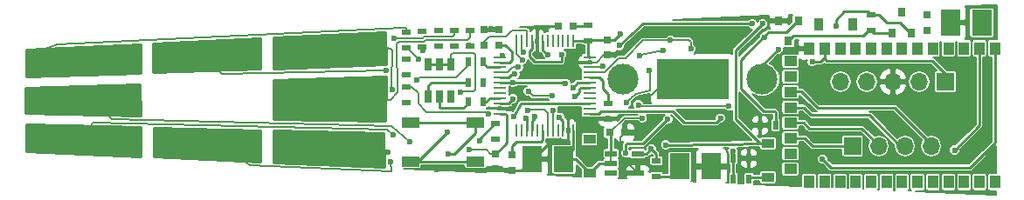
<source format=gbr>
G04 #@! TF.FileFunction,Copper,L1,Top,Signal*
%FSLAX46Y46*%
G04 Gerber Fmt 4.6, Leading zero omitted, Abs format (unit mm)*
G04 Created by KiCad (PCBNEW 4.0.6) date 09/09/17 21:27:57*
%MOMM*%
%LPD*%
G01*
G04 APERTURE LIST*
%ADD10C,0.100000*%
%ADD11R,1.300000X1.000000*%
%ADD12R,1.000000X1.300000*%
%ADD13C,3.000000*%
%ADD14R,7.000000X4.000000*%
%ADD15R,0.750000X0.800000*%
%ADD16R,0.800000X0.750000*%
%ADD17R,1.950000X2.500000*%
%ADD18R,1.200000X0.900000*%
%ADD19R,0.900000X1.200000*%
%ADD20R,1.700000X1.700000*%
%ADD21O,1.700000X1.700000*%
%ADD22R,0.900000X0.500000*%
%ADD23R,0.800000X0.900000*%
%ADD24R,0.500000X0.900000*%
%ADD25R,1.700000X1.000000*%
%ADD26R,0.250000X1.300000*%
%ADD27R,1.300000X0.250000*%
%ADD28R,1.150000X0.600000*%
%ADD29R,0.700000X1.300000*%
%ADD30C,0.600000*%
%ADD31C,0.152400*%
%ADD32C,0.250000*%
%ADD33C,0.203200*%
%ADD34C,0.152000*%
%ADD35C,0.254000*%
G04 APERTURE END LIST*
D10*
D11*
X178000000Y-72250000D03*
X178000000Y-67750000D03*
X178000000Y-69250000D03*
X178000000Y-70750000D03*
X178000000Y-73750000D03*
X178000000Y-75250000D03*
X178000000Y-76750000D03*
X178000000Y-78250000D03*
D12*
X179800000Y-79500000D03*
X181300000Y-79500000D03*
X182800000Y-79500000D03*
X184300000Y-79500000D03*
X185800000Y-79500000D03*
X187300000Y-79500000D03*
X188800000Y-79500000D03*
X190300000Y-79500000D03*
X191800000Y-79500000D03*
X193300000Y-79500000D03*
X194800000Y-79500000D03*
X196300000Y-79500000D03*
X197800000Y-79500000D03*
X197800000Y-66500000D03*
X196300000Y-66500000D03*
X194800000Y-66500000D03*
X193300000Y-66500000D03*
X191800000Y-66500000D03*
X190300000Y-66500000D03*
X188800000Y-66500000D03*
X187300000Y-66500000D03*
X185800000Y-66500000D03*
X184300000Y-66500000D03*
X182800000Y-66500000D03*
X181300000Y-66500000D03*
X179800000Y-66500000D03*
D13*
X161770000Y-69500000D03*
X175230000Y-69500000D03*
D14*
X168500000Y-69500000D03*
D15*
X160200000Y-67150000D03*
X160200000Y-65650000D03*
X149400000Y-78250000D03*
X149400000Y-76750000D03*
D16*
X161950000Y-74700000D03*
X160450000Y-74700000D03*
X155450000Y-64300000D03*
X156950000Y-64300000D03*
D15*
X191250000Y-64750000D03*
X191250000Y-63250000D03*
D17*
X196525000Y-64000000D03*
X193475000Y-64000000D03*
X167275000Y-78000000D03*
X170325000Y-78000000D03*
X156025000Y-77300000D03*
X152975000Y-77300000D03*
D15*
X151000000Y-76850000D03*
X151000000Y-78350000D03*
X149700000Y-66150000D03*
X149700000Y-64650000D03*
X148300000Y-66150000D03*
X148300000Y-64650000D03*
D18*
X158500000Y-78650000D03*
X158500000Y-75350000D03*
D19*
X184050000Y-64200000D03*
X180750000Y-64200000D03*
D18*
X175800000Y-79050000D03*
X175800000Y-75750000D03*
D20*
X193000000Y-69750000D03*
D21*
X190460000Y-69750000D03*
X187920000Y-69750000D03*
X185380000Y-69750000D03*
X182840000Y-69750000D03*
D20*
X184000000Y-76000000D03*
D21*
X186540000Y-76000000D03*
X189080000Y-76000000D03*
X191620000Y-76000000D03*
D22*
X158400000Y-65750000D03*
X158400000Y-64250000D03*
X165000000Y-78950000D03*
X165000000Y-77450000D03*
D23*
X187800000Y-65000000D03*
X189700000Y-65000000D03*
X188750000Y-63000000D03*
X178750000Y-63800000D03*
X176850000Y-63800000D03*
X177800000Y-65800000D03*
D22*
X160300000Y-71850000D03*
X160300000Y-73350000D03*
X185800000Y-64750000D03*
X185800000Y-63250000D03*
D24*
X175050000Y-74000000D03*
X176550000Y-74000000D03*
X172450000Y-79200000D03*
X173950000Y-79200000D03*
X173950000Y-77200000D03*
X172450000Y-77200000D03*
D22*
X140800000Y-64950000D03*
X140800000Y-66450000D03*
X140800000Y-69050000D03*
X140800000Y-67550000D03*
X140800000Y-71750000D03*
X140800000Y-70250000D03*
X146900000Y-64750000D03*
X146900000Y-66250000D03*
X145400000Y-64750000D03*
X145400000Y-66250000D03*
X142300000Y-64850000D03*
X142300000Y-66350000D03*
X143900000Y-64750000D03*
X143900000Y-66250000D03*
D24*
X146750000Y-67800000D03*
X148250000Y-67800000D03*
X146750000Y-69800000D03*
X148250000Y-69800000D03*
X146750000Y-71700000D03*
X148250000Y-71700000D03*
D22*
X149400000Y-73850000D03*
X149400000Y-75350000D03*
D25*
X147450000Y-77500000D03*
X141150000Y-77500000D03*
X147450000Y-73700000D03*
X141150000Y-73700000D03*
D26*
X156950000Y-65750000D03*
X156450000Y-65750000D03*
X155950000Y-65750000D03*
X155450000Y-65750000D03*
X154950000Y-65750000D03*
X154450000Y-65750000D03*
X153950000Y-65750000D03*
X153450000Y-65750000D03*
X152950000Y-65750000D03*
X152450000Y-65750000D03*
X151950000Y-65750000D03*
X151450000Y-65750000D03*
D27*
X149850000Y-67350000D03*
X149850000Y-67850000D03*
X149850000Y-68350000D03*
X149850000Y-68850000D03*
X149850000Y-69350000D03*
X149850000Y-69850000D03*
X149850000Y-70350000D03*
X149850000Y-70850000D03*
X149850000Y-71350000D03*
X149850000Y-71850000D03*
X149850000Y-72350000D03*
X149850000Y-72850000D03*
D26*
X151450000Y-74450000D03*
X151950000Y-74450000D03*
X152450000Y-74450000D03*
X152950000Y-74450000D03*
X153450000Y-74450000D03*
X153950000Y-74450000D03*
X154450000Y-74450000D03*
X154950000Y-74450000D03*
X155450000Y-74450000D03*
X155950000Y-74450000D03*
X156450000Y-74450000D03*
X156950000Y-74450000D03*
D27*
X158550000Y-72850000D03*
X158550000Y-72350000D03*
X158550000Y-71850000D03*
X158550000Y-71350000D03*
X158550000Y-70850000D03*
X158550000Y-70350000D03*
X158550000Y-69850000D03*
X158550000Y-69350000D03*
X158550000Y-68850000D03*
X158550000Y-68350000D03*
X158550000Y-67850000D03*
X158550000Y-67350000D03*
D28*
X160600000Y-76750000D03*
X160600000Y-77700000D03*
X160600000Y-78650000D03*
X163200000Y-78650000D03*
X163200000Y-76750000D03*
D29*
X142900000Y-71150000D03*
X144000000Y-71150000D03*
X145100000Y-71150000D03*
X145100000Y-68050000D03*
X144000000Y-68050000D03*
X142900000Y-68050000D03*
D30*
X172021500Y-72136000D03*
X163258500Y-72009000D03*
X156200000Y-69900000D03*
X151100000Y-69800000D03*
X144700000Y-74700000D03*
X182400000Y-64300000D03*
X176800000Y-66600000D03*
X163703000Y-71374000D03*
X164973000Y-73342500D03*
X143700500Y-78295500D03*
X171196000Y-68084000D03*
X165798500Y-70866000D03*
X195400000Y-68200000D03*
X170325000Y-78000000D03*
X150939500Y-72390000D03*
X149000000Y-64600000D03*
X153400000Y-67000000D03*
X157300000Y-67900000D03*
X160200000Y-67200000D03*
X156500000Y-73200000D03*
X149400000Y-78250000D03*
X151000000Y-78400000D03*
X160300000Y-73300000D03*
X161950000Y-74700000D03*
X174000000Y-77200000D03*
X175050000Y-74000000D03*
X176800000Y-63800000D03*
X179800000Y-66500000D03*
X191200000Y-64800000D03*
X193475000Y-64000000D03*
X164338000Y-68643500D03*
X162115500Y-71755000D03*
X163639500Y-73279000D03*
X146875500Y-76390500D03*
X146050000Y-70739000D03*
X161500000Y-65100000D03*
X180100000Y-67800000D03*
X149400000Y-76750000D03*
X155600000Y-77200000D03*
X191250000Y-63250000D03*
X196700000Y-63700000D03*
X156950000Y-64300000D03*
X155800000Y-67100000D03*
X167275000Y-78000000D03*
X184050000Y-64200000D03*
X188700000Y-63000000D03*
X154500000Y-67100000D03*
X158500000Y-75350000D03*
X164500000Y-76300000D03*
X171200000Y-73300000D03*
X155600000Y-73200000D03*
X162052000Y-76708000D03*
X166100000Y-73400000D03*
X168338500Y-66548000D03*
X166370000Y-65722500D03*
X165671500Y-66675000D03*
X163385500Y-67183000D03*
X159829500Y-68199000D03*
X151638000Y-68326000D03*
X141986000Y-67564000D03*
X140800000Y-67550000D03*
X151300000Y-69000000D03*
X148717000Y-72898000D03*
X152527000Y-72517000D03*
X155003500Y-72517000D03*
X154940000Y-71120000D03*
X152590500Y-70675500D03*
X146875500Y-66230500D03*
X145400000Y-66250000D03*
X152082500Y-66865500D03*
X152019000Y-67627500D03*
X142367000Y-66738500D03*
X143900000Y-66250000D03*
X150114000Y-67183000D03*
X148200000Y-69900000D03*
X151100000Y-71400000D03*
X147900000Y-75500000D03*
X145200000Y-71100000D03*
X149400000Y-75350000D03*
X151193500Y-73152000D03*
X193900000Y-76400000D03*
X157100000Y-71200000D03*
X156900000Y-70300000D03*
X181100000Y-77300000D03*
X165900000Y-75900000D03*
X144800000Y-76800000D03*
X175300000Y-64100000D03*
X180800000Y-64200000D03*
X174300000Y-64100000D03*
X161417000Y-66230500D03*
X153200000Y-73100000D03*
X175500000Y-65400000D03*
X152400000Y-73279000D03*
X172400000Y-76500000D03*
X140800000Y-69050000D03*
X138770360Y-68676520D03*
X140800000Y-71750000D03*
X139374880Y-70485000D03*
X139019280Y-76575920D03*
X139532360Y-65532000D03*
X142300000Y-64850000D03*
X139242800Y-77551280D03*
X143900000Y-64750000D03*
X139491720Y-74945240D03*
X141091920Y-75585320D03*
X141787880Y-69565520D03*
D31*
X163385500Y-72136000D02*
X172021500Y-72136000D01*
X163258500Y-72009000D02*
X163385500Y-72136000D01*
D32*
X151100000Y-69800000D02*
X156100000Y-69800000D01*
X156100000Y-69800000D02*
X156200000Y-69900000D01*
X141150000Y-77500000D02*
X141900000Y-77500000D01*
X141900000Y-77500000D02*
X144700000Y-74700000D01*
X151050000Y-69850000D02*
X149850000Y-69850000D01*
X151100000Y-69800000D02*
X151050000Y-69850000D01*
X141150000Y-77500000D02*
X147450000Y-77500000D01*
X182400000Y-64300000D02*
X182400000Y-63700000D01*
X175230000Y-68170000D02*
X176800000Y-66600000D01*
X185450000Y-62900000D02*
X185800000Y-63250000D01*
X183200000Y-62900000D02*
X185450000Y-62900000D01*
X182400000Y-63700000D02*
X183200000Y-62900000D01*
X175230000Y-69500000D02*
X175230000Y-68170000D01*
X189700000Y-65000000D02*
X189600000Y-65000000D01*
X189600000Y-65000000D02*
X188600000Y-64000000D01*
X186550000Y-63250000D02*
X185800000Y-63250000D01*
X187300000Y-64000000D02*
X186550000Y-63250000D01*
X188600000Y-64000000D02*
X187300000Y-64000000D01*
D31*
X168500000Y-69500000D02*
X166148500Y-69500000D01*
X166148500Y-69500000D02*
X164592000Y-71056500D01*
X163703000Y-71374000D02*
X164020500Y-71056500D01*
X164592000Y-71056500D02*
X164020500Y-71056500D01*
X149400000Y-78250000D02*
X148572000Y-78250000D01*
X148526500Y-78295500D02*
X143700500Y-78295500D01*
X148572000Y-78250000D02*
X148526500Y-78295500D01*
X158550000Y-67850000D02*
X159226000Y-67850000D01*
X159226000Y-67850000D02*
X159926000Y-67150000D01*
X159926000Y-67150000D02*
X160200000Y-67150000D01*
X171196000Y-68084000D02*
X169780000Y-69500000D01*
X169780000Y-69500000D02*
X168500000Y-69500000D01*
X165798500Y-70866000D02*
X167164500Y-69500000D01*
X167164500Y-69500000D02*
X168500000Y-69500000D01*
D33*
X163766500Y-74676000D02*
X164973000Y-73342500D01*
X164973000Y-73342500D02*
X164973000Y-73342500D01*
X161950000Y-74700000D02*
X163766500Y-74676000D01*
X161950000Y-74700000D02*
X161950000Y-74714500D01*
X161950000Y-74714500D02*
X161480500Y-75184000D01*
X161480500Y-76930500D02*
X163200000Y-78650000D01*
X161480500Y-75184000D02*
X161480500Y-76930500D01*
D32*
X152975000Y-77300000D02*
X153078000Y-77300000D01*
X153078000Y-77300000D02*
X154940000Y-75438000D01*
X156450000Y-75424000D02*
X156450000Y-74450000D01*
X156464000Y-75438000D02*
X156450000Y-75424000D01*
X154940000Y-75438000D02*
X156464000Y-75438000D01*
X151000000Y-78350000D02*
X151925000Y-78350000D01*
X151925000Y-78350000D02*
X152975000Y-77300000D01*
X155450000Y-64300000D02*
X153800000Y-64300000D01*
X153450000Y-64650000D02*
X153450000Y-65750000D01*
X153800000Y-64300000D02*
X153450000Y-64650000D01*
X149850000Y-72350000D02*
X150889500Y-72440000D01*
X150889500Y-72440000D02*
X150939500Y-72390000D01*
X148300000Y-64650000D02*
X148950000Y-64650000D01*
X148950000Y-64650000D02*
X149000000Y-64600000D01*
X149700000Y-64650000D02*
X148300000Y-64650000D01*
X153450000Y-65750000D02*
X153450000Y-66950000D01*
X153450000Y-66950000D02*
X153400000Y-67000000D01*
X158550000Y-67850000D02*
X157350000Y-67850000D01*
X157350000Y-67850000D02*
X157300000Y-67900000D01*
X160200000Y-67200000D02*
X160200000Y-67150000D01*
X156450000Y-74450000D02*
X156450000Y-73250000D01*
X156450000Y-73250000D02*
X156500000Y-73200000D01*
X151000000Y-78400000D02*
X151000000Y-78350000D01*
X160300000Y-73300000D02*
X160300000Y-73350000D01*
X174000000Y-77200000D02*
X173950000Y-77200000D01*
X176800000Y-63800000D02*
X176850000Y-63800000D01*
X191200000Y-64800000D02*
X191250000Y-64750000D01*
D31*
X160450000Y-74700000D02*
X160504000Y-74700000D01*
X160504000Y-74700000D02*
X161925000Y-73279000D01*
X164401500Y-68707000D02*
X164338000Y-68643500D01*
X164401500Y-70612000D02*
X164401500Y-68707000D01*
X163004500Y-70929500D02*
X164401500Y-70612000D01*
X162496500Y-71374000D02*
X163004500Y-70929500D01*
X162115500Y-71755000D02*
X162496500Y-71374000D01*
X161925000Y-73279000D02*
X163639500Y-73279000D01*
D33*
X147447000Y-67183000D02*
X147447000Y-67119500D01*
X148886000Y-76750000D02*
X148526500Y-76390500D01*
X148526500Y-76390500D02*
X146875500Y-76390500D01*
X146050000Y-70739000D02*
X146113500Y-70675500D01*
X146113500Y-70675500D02*
X147256500Y-70675500D01*
X147256500Y-70675500D02*
X147447000Y-70485000D01*
X147447000Y-70485000D02*
X147447000Y-67183000D01*
X149400000Y-76750000D02*
X148886000Y-76750000D01*
X145100000Y-67117000D02*
X145100000Y-68050000D01*
X145288000Y-66929000D02*
X145100000Y-67117000D01*
X147256500Y-66929000D02*
X145288000Y-66929000D01*
X147447000Y-67119500D02*
X147256500Y-66929000D01*
X160600000Y-76750000D02*
X160600000Y-77700000D01*
D32*
X160200000Y-65650000D02*
X160950000Y-65650000D01*
X160950000Y-65650000D02*
X161500000Y-65100000D01*
X181300000Y-66500000D02*
X181300000Y-67400000D01*
X181300000Y-67400000D02*
X180900000Y-67800000D01*
X180900000Y-67800000D02*
X180100000Y-67800000D01*
X149450000Y-76750000D02*
X149400000Y-76750000D01*
X155600000Y-77200000D02*
X155525000Y-77275000D01*
X155525000Y-77275000D02*
X155525000Y-77300000D01*
X144000000Y-68050000D02*
X145100000Y-68050000D01*
X142900000Y-68050000D02*
X144000000Y-68050000D01*
X156950000Y-65750000D02*
X158400000Y-65750000D01*
X160200000Y-65650000D02*
X158500000Y-65650000D01*
X158500000Y-65650000D02*
X158400000Y-65750000D01*
X158400000Y-65750000D02*
X158400000Y-67200000D01*
X158400000Y-67200000D02*
X158550000Y-67350000D01*
X149450000Y-76750000D02*
X150500000Y-75700000D01*
X150500000Y-75700000D02*
X150500000Y-73000000D01*
X150500000Y-73000000D02*
X150350000Y-72850000D01*
X150350000Y-72850000D02*
X149850000Y-72850000D01*
X156950000Y-74450000D02*
X156950000Y-76375000D01*
X156950000Y-76375000D02*
X155525000Y-77300000D01*
X155525000Y-77300000D02*
X157150000Y-77300000D01*
X157150000Y-77300000D02*
X158500000Y-78650000D01*
X160600000Y-76750000D02*
X160600000Y-74850000D01*
X160600000Y-74850000D02*
X160450000Y-74700000D01*
X160600000Y-77700000D02*
X159450000Y-77700000D01*
X159450000Y-77700000D02*
X158500000Y-78650000D01*
X193000000Y-69750000D02*
X193000000Y-69000000D01*
X193000000Y-69000000D02*
X191700000Y-67700000D01*
X181300000Y-67500000D02*
X181300000Y-66500000D01*
X181500000Y-67700000D02*
X181300000Y-67500000D01*
X191700000Y-67700000D02*
X181500000Y-67700000D01*
X196525000Y-63875000D02*
X196700000Y-63700000D01*
X196525000Y-63875000D02*
X196525000Y-64000000D01*
X158350000Y-64300000D02*
X156950000Y-64300000D01*
X152950000Y-66550000D02*
X152950000Y-65750000D01*
X152700000Y-66800000D02*
X152950000Y-66550000D01*
X152700000Y-67300000D02*
X152700000Y-66800000D01*
X153200000Y-67800000D02*
X152700000Y-67300000D01*
X155800000Y-67800000D02*
X153200000Y-67800000D01*
X155800000Y-67100000D02*
X155800000Y-67800000D01*
X158350000Y-64300000D02*
X158400000Y-64250000D01*
X166325000Y-78950000D02*
X167275000Y-78000000D01*
X165000000Y-78950000D02*
X166325000Y-78950000D01*
X188750000Y-63000000D02*
X188700000Y-63000000D01*
X151000000Y-76850000D02*
X151000000Y-76000000D01*
X153950000Y-75450000D02*
X153950000Y-74450000D01*
X153800000Y-75600000D02*
X153950000Y-75450000D01*
X151400000Y-75600000D02*
X153800000Y-75600000D01*
X151000000Y-76000000D02*
X151400000Y-75600000D01*
X149850000Y-67850000D02*
X150750000Y-67850000D01*
X150350000Y-66150000D02*
X149700000Y-66150000D01*
X151000000Y-66800000D02*
X150350000Y-66150000D01*
X151000000Y-67600000D02*
X151000000Y-66800000D01*
X150750000Y-67850000D02*
X151000000Y-67600000D01*
D33*
X148300000Y-66150000D02*
X148300000Y-65885500D01*
X148300000Y-65885500D02*
X148844000Y-65341500D01*
X148844000Y-65341500D02*
X150431500Y-65341500D01*
X150431500Y-65341500D02*
X151003000Y-64770000D01*
X151003000Y-64770000D02*
X152400000Y-64770000D01*
X152400000Y-64770000D02*
X152450000Y-64820000D01*
X152450000Y-64820000D02*
X152450000Y-65750000D01*
D32*
X153950000Y-65750000D02*
X153950000Y-66650000D01*
X154400000Y-67100000D02*
X154500000Y-67100000D01*
X153950000Y-66650000D02*
X154400000Y-67100000D01*
X184000000Y-76000000D02*
X180100000Y-76000000D01*
X179350000Y-75250000D02*
X178000000Y-75250000D01*
X180100000Y-76000000D02*
X179350000Y-75250000D01*
X186540000Y-76000000D02*
X186540000Y-75940000D01*
X186540000Y-75940000D02*
X184900000Y-74300000D01*
X184900000Y-74300000D02*
X179800000Y-74300000D01*
X179800000Y-74300000D02*
X179250000Y-73750000D01*
X179250000Y-73750000D02*
X178000000Y-73750000D01*
X189080000Y-76000000D02*
X188600000Y-76000000D01*
X188600000Y-76000000D02*
X185600000Y-73000000D01*
X185600000Y-73000000D02*
X180000000Y-73000000D01*
X180000000Y-73000000D02*
X179250000Y-72250000D01*
X179250000Y-72250000D02*
X178000000Y-72250000D01*
X191620000Y-76000000D02*
X191620000Y-75820000D01*
X191620000Y-75820000D02*
X188100000Y-72300000D01*
X188100000Y-72300000D02*
X180600000Y-72300000D01*
X180600000Y-72300000D02*
X179000000Y-70700000D01*
X179000000Y-70700000D02*
X178050000Y-70700000D01*
X178050000Y-70700000D02*
X178000000Y-70750000D01*
X163200000Y-76750000D02*
X164050000Y-76750000D01*
X164050000Y-76750000D02*
X164500000Y-76300000D01*
X165000000Y-77450000D02*
X165000000Y-76800000D01*
X164500000Y-76300000D02*
X165000000Y-76800000D01*
X160300000Y-71850000D02*
X160300000Y-70900000D01*
X159450000Y-69350000D02*
X158550000Y-69350000D01*
X159800000Y-69700000D02*
X159450000Y-69350000D01*
X159800000Y-70400000D02*
X159800000Y-69700000D01*
X160300000Y-70900000D02*
X159800000Y-70400000D01*
X159350000Y-72850000D02*
X158550000Y-72850000D01*
X159600000Y-72600000D02*
X159350000Y-72850000D01*
X166600000Y-72600000D02*
X159600000Y-72600000D01*
X167700000Y-73700000D02*
X166600000Y-72600000D01*
X170800000Y-73700000D02*
X167700000Y-73700000D01*
X171200000Y-73300000D02*
X170800000Y-73700000D01*
X155950000Y-73550000D02*
X155950000Y-74450000D01*
X155600000Y-73200000D02*
X155950000Y-73550000D01*
X162000000Y-75900000D02*
X162052000Y-76708000D01*
X162100000Y-75800000D02*
X162000000Y-75900000D01*
X163700000Y-75800000D02*
X162100000Y-75800000D01*
X166100000Y-73400000D02*
X163700000Y-75800000D01*
D31*
X166370000Y-65722500D02*
X163703000Y-65722500D01*
X159940500Y-68850000D02*
X158550000Y-68850000D01*
X161353500Y-67437000D02*
X159940500Y-68850000D01*
X161988500Y-67437000D02*
X161353500Y-67437000D01*
X163703000Y-65722500D02*
X161988500Y-67437000D01*
X168338500Y-65849500D02*
X168338500Y-66548000D01*
X168148000Y-65659000D02*
X168338500Y-65849500D01*
X166433500Y-65659000D02*
X168148000Y-65659000D01*
X166370000Y-65722500D02*
X166433500Y-65659000D01*
X158550000Y-68350000D02*
X159678500Y-68350000D01*
X163449000Y-67119500D02*
X165671500Y-66675000D01*
X163385500Y-67183000D02*
X163449000Y-67119500D01*
X159678500Y-68350000D02*
X159829500Y-68199000D01*
D33*
X149850000Y-68850000D02*
X150606000Y-68850000D01*
X141986000Y-67564000D02*
X140872000Y-66450000D01*
X151130000Y-68326000D02*
X151638000Y-68326000D01*
X150606000Y-68850000D02*
X151130000Y-68326000D01*
X140800000Y-66450000D02*
X140872000Y-66450000D01*
D32*
X149850000Y-69350000D02*
X150650000Y-69350000D01*
X150900000Y-69100000D02*
X150650000Y-69350000D01*
X151200000Y-69100000D02*
X150900000Y-69100000D01*
X151300000Y-69000000D02*
X151200000Y-69100000D01*
D33*
X141306500Y-70250000D02*
X141922500Y-70866000D01*
X141922500Y-70866000D02*
X141922500Y-71882000D01*
X141922500Y-71882000D02*
X142748000Y-72707500D01*
X142748000Y-72707500D02*
X148526500Y-72707500D01*
X148526500Y-72707500D02*
X148717000Y-72898000D01*
X140800000Y-70250000D02*
X141306500Y-70250000D01*
X154450000Y-72789000D02*
X154450000Y-74450000D01*
X154114500Y-72453500D02*
X154450000Y-72789000D01*
X152590500Y-72453500D02*
X154114500Y-72453500D01*
X152527000Y-72517000D02*
X152590500Y-72453500D01*
X146900000Y-66250000D02*
X146900000Y-66206000D01*
X154950000Y-72570500D02*
X154950000Y-74450000D01*
X155003500Y-72517000D02*
X154950000Y-72570500D01*
X153035000Y-71120000D02*
X154940000Y-71120000D01*
X152590500Y-70675500D02*
X153035000Y-71120000D01*
X146900000Y-66206000D02*
X146875500Y-66230500D01*
X151950000Y-65750000D02*
X151950000Y-66733000D01*
X152082500Y-66865500D02*
X151950000Y-66733000D01*
X142300000Y-66350000D02*
X142300000Y-66671500D01*
X151450000Y-67058500D02*
X151450000Y-65750000D01*
X152019000Y-67627500D02*
X151450000Y-67058500D01*
X142300000Y-66671500D02*
X142367000Y-66738500D01*
X149850000Y-67350000D02*
X149947000Y-67350000D01*
X149947000Y-67350000D02*
X150114000Y-67183000D01*
D32*
X148250000Y-67800000D02*
X148250000Y-67950000D01*
X148250000Y-67950000D02*
X148650000Y-68350000D01*
X148650000Y-68350000D02*
X149850000Y-68350000D01*
X146750000Y-69800000D02*
X143200000Y-69800000D01*
X142900000Y-70100000D02*
X142900000Y-71150000D01*
X143200000Y-69800000D02*
X142900000Y-70100000D01*
X149850000Y-71850000D02*
X150650000Y-71850000D01*
X148200000Y-69900000D02*
X148250000Y-69850000D01*
X150650000Y-71850000D02*
X151100000Y-71400000D01*
X148250000Y-69850000D02*
X148250000Y-69800000D01*
X146750000Y-71700000D02*
X146750000Y-71850000D01*
X146750000Y-71850000D02*
X146300000Y-72300000D01*
X146300000Y-72300000D02*
X144000000Y-72300000D01*
X144000000Y-72300000D02*
X144000000Y-71150000D01*
X148250000Y-71700000D02*
X148500000Y-71700000D01*
X148500000Y-71700000D02*
X148850000Y-71350000D01*
X148850000Y-71350000D02*
X149850000Y-71350000D01*
X149400000Y-73850000D02*
X149350000Y-73850000D01*
X149350000Y-73850000D02*
X147900000Y-75300000D01*
X147900000Y-75300000D02*
X147900000Y-75500000D01*
X145200000Y-71100000D02*
X145150000Y-71150000D01*
X145150000Y-71150000D02*
X145100000Y-71150000D01*
X158550000Y-71850000D02*
X151892000Y-71882000D01*
X151193500Y-73152000D02*
X151892000Y-71882000D01*
X158550000Y-70350000D02*
X157650000Y-70350000D01*
X196300000Y-74000000D02*
X196300000Y-66500000D01*
X193900000Y-76400000D02*
X196300000Y-74000000D01*
X157500000Y-70800000D02*
X157100000Y-71200000D01*
X157500000Y-70500000D02*
X157500000Y-70800000D01*
X157650000Y-70350000D02*
X157500000Y-70500000D01*
X157350000Y-69850000D02*
X156900000Y-70300000D01*
X158550000Y-69850000D02*
X157350000Y-69850000D01*
X181100000Y-77300000D02*
X181900000Y-78100000D01*
X181900000Y-78100000D02*
X195400000Y-78100000D01*
X195400000Y-78100000D02*
X197800000Y-75700000D01*
X197800000Y-75700000D02*
X197800000Y-66500000D01*
X147450000Y-73700000D02*
X147450000Y-74750000D01*
X165950000Y-75950000D02*
X175800000Y-75750000D01*
X165900000Y-75900000D02*
X165950000Y-75950000D01*
X145400000Y-76800000D02*
X144800000Y-76800000D01*
X147450000Y-74750000D02*
X145400000Y-76800000D01*
X141150000Y-73700000D02*
X147450000Y-73700000D01*
X175800000Y-75750000D02*
X175050000Y-75750000D01*
X175050000Y-75750000D02*
X172700000Y-73400000D01*
X172700000Y-73400000D02*
X172700000Y-66700000D01*
X172700000Y-66700000D02*
X175300000Y-64100000D01*
X180800000Y-64200000D02*
X180750000Y-64200000D01*
X175800000Y-79050000D02*
X174100000Y-79050000D01*
X174100000Y-79050000D02*
X173950000Y-79200000D01*
X185800000Y-64750000D02*
X185550000Y-64750000D01*
X185550000Y-64750000D02*
X185000000Y-65300000D01*
X178300000Y-65300000D02*
X177800000Y-65800000D01*
X185000000Y-65300000D02*
X178300000Y-65300000D01*
X187800000Y-65000000D02*
X186050000Y-65000000D01*
X186050000Y-65000000D02*
X185800000Y-64750000D01*
X152950000Y-74450000D02*
X152950000Y-73550000D01*
X163700000Y-64100000D02*
X174300000Y-64100000D01*
X161417000Y-66230500D02*
X163700000Y-64100000D01*
X153200000Y-73300000D02*
X153200000Y-73100000D01*
X152950000Y-73550000D02*
X153200000Y-73300000D01*
X175500000Y-65400000D02*
X175450000Y-65350000D01*
X175450000Y-65350000D02*
X175500000Y-65400000D01*
X175500000Y-65400000D02*
X175500000Y-65300000D01*
X178750000Y-63800000D02*
X178700000Y-63800000D01*
X178700000Y-63800000D02*
X177600000Y-64900000D01*
X177600000Y-64900000D02*
X175900000Y-64900000D01*
X175900000Y-64900000D02*
X175500000Y-65300000D01*
X175500000Y-65300000D02*
X173200000Y-67600000D01*
X173200000Y-67600000D02*
X173200000Y-70400000D01*
X173200000Y-70400000D02*
X175400000Y-72600000D01*
X175400000Y-72600000D02*
X176400000Y-72600000D01*
X176400000Y-72600000D02*
X176550000Y-72750000D01*
X176550000Y-72750000D02*
X176550000Y-74000000D01*
X172450000Y-77200000D02*
X172450000Y-76550000D01*
X152450000Y-73329000D02*
X152450000Y-74450000D01*
X152400000Y-73279000D02*
X152450000Y-73329000D01*
X172450000Y-76550000D02*
X172400000Y-76500000D01*
X172450000Y-79200000D02*
X172450000Y-77200000D01*
D31*
X140800000Y-64950000D02*
X140800000Y-64467920D01*
X107010200Y-66075560D02*
X105074720Y-66822320D01*
X140299440Y-64485520D02*
X107010200Y-66075560D01*
X140800000Y-64467920D02*
X140299440Y-64485520D01*
X140373000Y-69050000D02*
X140800000Y-69050000D01*
X122880120Y-69011800D02*
X121818400Y-67950080D01*
X138770360Y-68676520D02*
X122880120Y-69011800D01*
X138770360Y-68676520D02*
X138770360Y-68676520D01*
X138135360Y-66202560D02*
X139425680Y-66603880D01*
X139334054Y-70075199D02*
X139425680Y-66603880D01*
X139390120Y-70469760D02*
X139334054Y-70075199D01*
X139374880Y-70485000D02*
X139390120Y-70469760D01*
X146900000Y-64750000D02*
X146900000Y-65469400D01*
X139217400Y-71536560D02*
X138394440Y-71536560D01*
X139918440Y-70794880D02*
X139217400Y-71536560D01*
X139837160Y-66060320D02*
X139918440Y-70794880D01*
X140050520Y-65846960D02*
X139837160Y-66060320D01*
X142488920Y-65846960D02*
X140050520Y-65846960D01*
X142631160Y-65704720D02*
X142488920Y-65846960D01*
X146664680Y-65704720D02*
X142631160Y-65704720D01*
X146900000Y-65469400D02*
X146664680Y-65704720D01*
X145400000Y-64750000D02*
X145400000Y-65181240D01*
X138963400Y-76520040D02*
X137566400Y-76520040D01*
X139019280Y-76575920D02*
X138963400Y-76520040D01*
X139532360Y-65542160D02*
X139532360Y-65532000D01*
X139740640Y-65481200D02*
X139532360Y-65542160D01*
X142367000Y-65481200D02*
X139740640Y-65481200D01*
X142473680Y-65374520D02*
X142367000Y-65481200D01*
X145206720Y-65374520D02*
X142473680Y-65374520D01*
X145400000Y-65181240D02*
X145206720Y-65374520D01*
X123078240Y-75895200D02*
X125567440Y-77845920D01*
X139288520Y-78465680D02*
X125567440Y-77845920D01*
X139242800Y-77551280D02*
X139288520Y-78465680D01*
X109646720Y-75123040D02*
X110383320Y-73700640D01*
X138932920Y-74386440D02*
X110383320Y-73700640D01*
X139491720Y-74945240D02*
X138932920Y-74386440D01*
X146750000Y-67800000D02*
X146750000Y-68164480D01*
X146750000Y-68164480D02*
X145623280Y-69291200D01*
X112215443Y-73355903D02*
X110505240Y-71836280D01*
X139292091Y-74035118D02*
X112215443Y-73355903D01*
X141091920Y-75585320D02*
X139292091Y-74035118D01*
X142062200Y-69291200D02*
X141787880Y-69565520D01*
X145623280Y-69291200D02*
X142062200Y-69291200D01*
D33*
X146750000Y-67800000D02*
X146750000Y-68070500D01*
D34*
G36*
X198005625Y-65617534D02*
X197300000Y-65617534D01*
X197215509Y-65633432D01*
X197137908Y-65683367D01*
X197085849Y-65759558D01*
X197067534Y-65850000D01*
X197067534Y-67150000D01*
X197083432Y-67234491D01*
X197133367Y-67312092D01*
X197209558Y-67364151D01*
X197300000Y-67382466D01*
X197447000Y-67382466D01*
X197447000Y-75553783D01*
X195253782Y-77747000D01*
X182046218Y-77747000D01*
X181627975Y-77328757D01*
X181628091Y-77195435D01*
X181547878Y-77001303D01*
X181399478Y-76852644D01*
X181205486Y-76772092D01*
X180995435Y-76771909D01*
X180801303Y-76852122D01*
X180652644Y-77000522D01*
X180572092Y-77194514D01*
X180571909Y-77404565D01*
X180652122Y-77598697D01*
X180800522Y-77747356D01*
X180994514Y-77827908D01*
X181128807Y-77828025D01*
X181650391Y-78349609D01*
X181764913Y-78426129D01*
X181900000Y-78453001D01*
X181900005Y-78453000D01*
X195400000Y-78453000D01*
X195535087Y-78426129D01*
X195649609Y-78349609D01*
X197949538Y-76049679D01*
X197935732Y-78617534D01*
X197300000Y-78617534D01*
X197215509Y-78633432D01*
X197137908Y-78683367D01*
X197085849Y-78759558D01*
X197067534Y-78850000D01*
X197067534Y-80150000D01*
X197083432Y-80234491D01*
X197133367Y-80312092D01*
X197209558Y-80364151D01*
X197300000Y-80382466D01*
X197926243Y-80382466D01*
X197924425Y-80720654D01*
X190119047Y-80382466D01*
X190800000Y-80382466D01*
X190884491Y-80366568D01*
X190962092Y-80316633D01*
X191014151Y-80240442D01*
X191032466Y-80150000D01*
X191032466Y-78850000D01*
X191067534Y-78850000D01*
X191067534Y-80150000D01*
X191083432Y-80234491D01*
X191133367Y-80312092D01*
X191209558Y-80364151D01*
X191300000Y-80382466D01*
X192300000Y-80382466D01*
X192384491Y-80366568D01*
X192462092Y-80316633D01*
X192514151Y-80240442D01*
X192532466Y-80150000D01*
X192532466Y-78850000D01*
X192567534Y-78850000D01*
X192567534Y-80150000D01*
X192583432Y-80234491D01*
X192633367Y-80312092D01*
X192709558Y-80364151D01*
X192800000Y-80382466D01*
X193800000Y-80382466D01*
X193884491Y-80366568D01*
X193962092Y-80316633D01*
X194014151Y-80240442D01*
X194032466Y-80150000D01*
X194032466Y-78850000D01*
X194067534Y-78850000D01*
X194067534Y-80150000D01*
X194083432Y-80234491D01*
X194133367Y-80312092D01*
X194209558Y-80364151D01*
X194300000Y-80382466D01*
X195300000Y-80382466D01*
X195384491Y-80366568D01*
X195462092Y-80316633D01*
X195514151Y-80240442D01*
X195532466Y-80150000D01*
X195532466Y-78850000D01*
X195567534Y-78850000D01*
X195567534Y-80150000D01*
X195583432Y-80234491D01*
X195633367Y-80312092D01*
X195709558Y-80364151D01*
X195800000Y-80382466D01*
X196800000Y-80382466D01*
X196884491Y-80366568D01*
X196962092Y-80316633D01*
X197014151Y-80240442D01*
X197032466Y-80150000D01*
X197032466Y-78850000D01*
X197016568Y-78765509D01*
X196966633Y-78687908D01*
X196890442Y-78635849D01*
X196800000Y-78617534D01*
X195800000Y-78617534D01*
X195715509Y-78633432D01*
X195637908Y-78683367D01*
X195585849Y-78759558D01*
X195567534Y-78850000D01*
X195532466Y-78850000D01*
X195516568Y-78765509D01*
X195466633Y-78687908D01*
X195390442Y-78635849D01*
X195300000Y-78617534D01*
X194300000Y-78617534D01*
X194215509Y-78633432D01*
X194137908Y-78683367D01*
X194085849Y-78759558D01*
X194067534Y-78850000D01*
X194032466Y-78850000D01*
X194016568Y-78765509D01*
X193966633Y-78687908D01*
X193890442Y-78635849D01*
X193800000Y-78617534D01*
X192800000Y-78617534D01*
X192715509Y-78633432D01*
X192637908Y-78683367D01*
X192585849Y-78759558D01*
X192567534Y-78850000D01*
X192532466Y-78850000D01*
X192516568Y-78765509D01*
X192466633Y-78687908D01*
X192390442Y-78635849D01*
X192300000Y-78617534D01*
X191300000Y-78617534D01*
X191215509Y-78633432D01*
X191137908Y-78683367D01*
X191085849Y-78759558D01*
X191067534Y-78850000D01*
X191032466Y-78850000D01*
X191016568Y-78765509D01*
X190966633Y-78687908D01*
X190890442Y-78635849D01*
X190800000Y-78617534D01*
X189800000Y-78617534D01*
X189715509Y-78633432D01*
X189637908Y-78683367D01*
X189585849Y-78759558D01*
X189567534Y-78850000D01*
X189567534Y-80150000D01*
X189583432Y-80234491D01*
X189633367Y-80312092D01*
X189709558Y-80364151D01*
X189713157Y-80364880D01*
X189407683Y-80351644D01*
X189462092Y-80316633D01*
X189514151Y-80240442D01*
X189532466Y-80150000D01*
X189532466Y-78850000D01*
X189516568Y-78765509D01*
X189466633Y-78687908D01*
X189390442Y-78635849D01*
X189300000Y-78617534D01*
X188300000Y-78617534D01*
X188215509Y-78633432D01*
X188137908Y-78683367D01*
X188085849Y-78759558D01*
X188067534Y-78850000D01*
X188067534Y-80150000D01*
X188083432Y-80234491D01*
X188123001Y-80295982D01*
X187980423Y-80289805D01*
X188014151Y-80240442D01*
X188032466Y-80150000D01*
X188032466Y-78850000D01*
X188016568Y-78765509D01*
X187966633Y-78687908D01*
X187890442Y-78635849D01*
X187800000Y-78617534D01*
X186800000Y-78617534D01*
X186715509Y-78633432D01*
X186637908Y-78683367D01*
X186585849Y-78759558D01*
X186567534Y-78850000D01*
X186567534Y-80150000D01*
X186582443Y-80229234D01*
X186516995Y-80226398D01*
X186532466Y-80150000D01*
X186532466Y-78850000D01*
X186516568Y-78765509D01*
X186466633Y-78687908D01*
X186390442Y-78635849D01*
X186300000Y-78617534D01*
X185300000Y-78617534D01*
X185215509Y-78633432D01*
X185137908Y-78683367D01*
X185085849Y-78759558D01*
X185067534Y-78850000D01*
X185067534Y-80150000D01*
X185070113Y-80163708D01*
X185030042Y-80161972D01*
X185032466Y-80150000D01*
X185032466Y-78850000D01*
X185016568Y-78765509D01*
X184966633Y-78687908D01*
X184890442Y-78635849D01*
X184800000Y-78617534D01*
X183800000Y-78617534D01*
X183715509Y-78633432D01*
X183637908Y-78683367D01*
X183585849Y-78759558D01*
X183567534Y-78850000D01*
X183567534Y-80098605D01*
X183532466Y-80097085D01*
X183532466Y-78850000D01*
X183516568Y-78765509D01*
X183466633Y-78687908D01*
X183390442Y-78635849D01*
X183300000Y-78617534D01*
X182300000Y-78617534D01*
X182215509Y-78633432D01*
X182137908Y-78683367D01*
X182085849Y-78759558D01*
X182067534Y-78850000D01*
X182067534Y-80033614D01*
X182032466Y-80032094D01*
X182032466Y-78850000D01*
X182016568Y-78765509D01*
X181966633Y-78687908D01*
X181890442Y-78635849D01*
X181800000Y-78617534D01*
X180800000Y-78617534D01*
X180715509Y-78633432D01*
X180637908Y-78683367D01*
X180585849Y-78759558D01*
X180567534Y-78850000D01*
X180567534Y-79968622D01*
X180532466Y-79967103D01*
X180532466Y-78850000D01*
X180516568Y-78765509D01*
X180466633Y-78687908D01*
X180390442Y-78635849D01*
X180300000Y-78617534D01*
X179300000Y-78617534D01*
X179215509Y-78633432D01*
X179137908Y-78683367D01*
X179085849Y-78759558D01*
X179067534Y-78850000D01*
X179067534Y-79903631D01*
X174421866Y-79702345D01*
X174432466Y-79650000D01*
X174432466Y-79403000D01*
X174967534Y-79403000D01*
X174967534Y-79500000D01*
X174983432Y-79584491D01*
X175033367Y-79662092D01*
X175109558Y-79714151D01*
X175200000Y-79732466D01*
X176400000Y-79732466D01*
X176484491Y-79716568D01*
X176562092Y-79666633D01*
X176614151Y-79590442D01*
X176632466Y-79500000D01*
X176632466Y-78600000D01*
X176616568Y-78515509D01*
X176566633Y-78437908D01*
X176490442Y-78385849D01*
X176400000Y-78367534D01*
X175200000Y-78367534D01*
X175115509Y-78383432D01*
X175037908Y-78433367D01*
X174985849Y-78509558D01*
X174967534Y-78600000D01*
X174967534Y-78697000D01*
X174422493Y-78697000D01*
X174416568Y-78665509D01*
X174366633Y-78587908D01*
X174290442Y-78535849D01*
X174200000Y-78517534D01*
X173700000Y-78517534D01*
X173615509Y-78533432D01*
X173537908Y-78583367D01*
X173485849Y-78659558D01*
X173467534Y-78750000D01*
X173467534Y-79650000D01*
X173469620Y-79661087D01*
X172932466Y-79637813D01*
X172932466Y-78750000D01*
X172916568Y-78665509D01*
X172866633Y-78587908D01*
X172803000Y-78544430D01*
X172803000Y-77854658D01*
X172862092Y-77816633D01*
X172914151Y-77740442D01*
X172932466Y-77650000D01*
X172932466Y-77524000D01*
X173116000Y-77524000D01*
X173116000Y-77766165D01*
X173204909Y-77980809D01*
X173369190Y-78145091D01*
X173583835Y-78234000D01*
X173679000Y-78234000D01*
X173825000Y-78088000D01*
X173825000Y-77378000D01*
X174075000Y-77378000D01*
X174075000Y-78088000D01*
X174221000Y-78234000D01*
X174316165Y-78234000D01*
X174530810Y-78145091D01*
X174695091Y-77980809D01*
X174784000Y-77766165D01*
X174784000Y-77750000D01*
X177117534Y-77750000D01*
X177117534Y-78750000D01*
X177133432Y-78834491D01*
X177183367Y-78912092D01*
X177259558Y-78964151D01*
X177350000Y-78982466D01*
X178650000Y-78982466D01*
X178734491Y-78966568D01*
X178812092Y-78916633D01*
X178864151Y-78840442D01*
X178882466Y-78750000D01*
X178882466Y-77750000D01*
X178866568Y-77665509D01*
X178816633Y-77587908D01*
X178740442Y-77535849D01*
X178650000Y-77517534D01*
X177350000Y-77517534D01*
X177265509Y-77533432D01*
X177187908Y-77583367D01*
X177135849Y-77659558D01*
X177117534Y-77750000D01*
X174784000Y-77750000D01*
X174784000Y-77524000D01*
X174638000Y-77378000D01*
X174075000Y-77378000D01*
X173825000Y-77378000D01*
X173262000Y-77378000D01*
X173116000Y-77524000D01*
X172932466Y-77524000D01*
X172932466Y-76750000D01*
X172916568Y-76665509D01*
X172908312Y-76652679D01*
X172916136Y-76633835D01*
X173116000Y-76633835D01*
X173116000Y-76876000D01*
X173262000Y-77022000D01*
X173825000Y-77022000D01*
X173825000Y-76312000D01*
X174075000Y-76312000D01*
X174075000Y-77022000D01*
X174638000Y-77022000D01*
X174784000Y-76876000D01*
X174784000Y-76633835D01*
X174695091Y-76419191D01*
X174530810Y-76254909D01*
X174316165Y-76166000D01*
X174221000Y-76166000D01*
X174075000Y-76312000D01*
X173825000Y-76312000D01*
X173679000Y-76166000D01*
X173583835Y-76166000D01*
X173369190Y-76254909D01*
X173204909Y-76419191D01*
X173116000Y-76633835D01*
X172916136Y-76633835D01*
X172927908Y-76605486D01*
X172928091Y-76395435D01*
X172847878Y-76201303D01*
X172810415Y-76163775D01*
X174967534Y-76119975D01*
X174967534Y-76200000D01*
X174983432Y-76284491D01*
X175033367Y-76362092D01*
X175109558Y-76414151D01*
X175200000Y-76432466D01*
X176400000Y-76432466D01*
X176484491Y-76416568D01*
X176562092Y-76366633D01*
X176614151Y-76290442D01*
X176622340Y-76250000D01*
X177117534Y-76250000D01*
X177117534Y-77250000D01*
X177133432Y-77334491D01*
X177183367Y-77412092D01*
X177259558Y-77464151D01*
X177350000Y-77482466D01*
X178650000Y-77482466D01*
X178734491Y-77466568D01*
X178812092Y-77416633D01*
X178864151Y-77340442D01*
X178882466Y-77250000D01*
X178882466Y-76250000D01*
X178866568Y-76165509D01*
X178816633Y-76087908D01*
X178740442Y-76035849D01*
X178650000Y-76017534D01*
X177350000Y-76017534D01*
X177265509Y-76033432D01*
X177187908Y-76083367D01*
X177135849Y-76159558D01*
X177117534Y-76250000D01*
X176622340Y-76250000D01*
X176632466Y-76200000D01*
X176632466Y-75300000D01*
X176616568Y-75215509D01*
X176566633Y-75137908D01*
X176490442Y-75085849D01*
X176400000Y-75067534D01*
X175200000Y-75067534D01*
X175115509Y-75083432D01*
X175037908Y-75133367D01*
X174995155Y-75195937D01*
X174806109Y-75006891D01*
X174925000Y-74888000D01*
X174925000Y-74178000D01*
X175175000Y-74178000D01*
X175175000Y-74888000D01*
X175321000Y-75034000D01*
X175416165Y-75034000D01*
X175630810Y-74945091D01*
X175795091Y-74780809D01*
X175807852Y-74750000D01*
X177117534Y-74750000D01*
X177117534Y-75750000D01*
X177133432Y-75834491D01*
X177183367Y-75912092D01*
X177259558Y-75964151D01*
X177350000Y-75982466D01*
X178650000Y-75982466D01*
X178734491Y-75966568D01*
X178812092Y-75916633D01*
X178864151Y-75840442D01*
X178882466Y-75750000D01*
X178882466Y-75603000D01*
X179203782Y-75603000D01*
X179850391Y-76249609D01*
X179964913Y-76326129D01*
X180100000Y-76353000D01*
X182917534Y-76353000D01*
X182917534Y-76850000D01*
X182933432Y-76934491D01*
X182983367Y-77012092D01*
X183059558Y-77064151D01*
X183150000Y-77082466D01*
X184850000Y-77082466D01*
X184934491Y-77066568D01*
X185012092Y-77016633D01*
X185064151Y-76940442D01*
X185082466Y-76850000D01*
X185082466Y-75150000D01*
X185066568Y-75065509D01*
X185016633Y-74987908D01*
X184940442Y-74935849D01*
X184850000Y-74917534D01*
X183150000Y-74917534D01*
X183065509Y-74933432D01*
X182987908Y-74983367D01*
X182935849Y-75059558D01*
X182917534Y-75150000D01*
X182917534Y-75647000D01*
X180246218Y-75647000D01*
X179599609Y-75000391D01*
X179485087Y-74923871D01*
X179350000Y-74897000D01*
X178882466Y-74897000D01*
X178882466Y-74750000D01*
X178866568Y-74665509D01*
X178816633Y-74587908D01*
X178740442Y-74535849D01*
X178650000Y-74517534D01*
X177350000Y-74517534D01*
X177265509Y-74533432D01*
X177187908Y-74583367D01*
X177135849Y-74659558D01*
X177117534Y-74750000D01*
X175807852Y-74750000D01*
X175884000Y-74566165D01*
X175884000Y-74324000D01*
X175738000Y-74178000D01*
X175175000Y-74178000D01*
X174925000Y-74178000D01*
X174362000Y-74178000D01*
X174216000Y-74324000D01*
X174216000Y-74416782D01*
X173233053Y-73433835D01*
X174216000Y-73433835D01*
X174216000Y-73676000D01*
X174362000Y-73822000D01*
X174925000Y-73822000D01*
X174925000Y-73112000D01*
X175175000Y-73112000D01*
X175175000Y-73822000D01*
X175738000Y-73822000D01*
X175884000Y-73676000D01*
X175884000Y-73433835D01*
X175795091Y-73219191D01*
X175630810Y-73054909D01*
X175416165Y-72966000D01*
X175321000Y-72966000D01*
X175175000Y-73112000D01*
X174925000Y-73112000D01*
X174779000Y-72966000D01*
X174683835Y-72966000D01*
X174469190Y-73054909D01*
X174304909Y-73219191D01*
X174216000Y-73433835D01*
X173233053Y-73433835D01*
X173053000Y-73253782D01*
X173053000Y-70752218D01*
X175150391Y-72849609D01*
X175264913Y-72926129D01*
X175400000Y-72953001D01*
X175400005Y-72953000D01*
X176197000Y-72953000D01*
X176197000Y-73345342D01*
X176137908Y-73383367D01*
X176085849Y-73459558D01*
X176067534Y-73550000D01*
X176067534Y-74450000D01*
X176083432Y-74534491D01*
X176133367Y-74612092D01*
X176209558Y-74664151D01*
X176300000Y-74682466D01*
X176800000Y-74682466D01*
X176884491Y-74666568D01*
X176962092Y-74616633D01*
X177014151Y-74540442D01*
X177032466Y-74450000D01*
X177032466Y-73550000D01*
X177016568Y-73465509D01*
X176966633Y-73387908D01*
X176903000Y-73344430D01*
X176903000Y-73250000D01*
X177117534Y-73250000D01*
X177117534Y-74250000D01*
X177133432Y-74334491D01*
X177183367Y-74412092D01*
X177259558Y-74464151D01*
X177350000Y-74482466D01*
X178650000Y-74482466D01*
X178734491Y-74466568D01*
X178812092Y-74416633D01*
X178864151Y-74340442D01*
X178882466Y-74250000D01*
X178882466Y-74103000D01*
X179103782Y-74103000D01*
X179550389Y-74549606D01*
X179550391Y-74549609D01*
X179626393Y-74600391D01*
X179664913Y-74626129D01*
X179800000Y-74653000D01*
X184753782Y-74653000D01*
X185593354Y-75492572D01*
X185544058Y-75566348D01*
X185462000Y-75978881D01*
X185462000Y-76021119D01*
X185544058Y-76433652D01*
X185777739Y-76783380D01*
X186127467Y-77017061D01*
X186540000Y-77099119D01*
X186952533Y-77017061D01*
X187302261Y-76783380D01*
X187535942Y-76433652D01*
X187618000Y-76021119D01*
X187618000Y-75978881D01*
X187535942Y-75566348D01*
X187302261Y-75216620D01*
X186952533Y-74982939D01*
X186540000Y-74900881D01*
X186127467Y-74982939D01*
X186100306Y-75001088D01*
X185149609Y-74050391D01*
X185035087Y-73973871D01*
X184900000Y-73947000D01*
X179946217Y-73947000D01*
X179499609Y-73500391D01*
X179385087Y-73423871D01*
X179250000Y-73397000D01*
X178882466Y-73397000D01*
X178882466Y-73250000D01*
X178866568Y-73165509D01*
X178816633Y-73087908D01*
X178740442Y-73035849D01*
X178650000Y-73017534D01*
X177350000Y-73017534D01*
X177265509Y-73033432D01*
X177187908Y-73083367D01*
X177135849Y-73159558D01*
X177117534Y-73250000D01*
X176903000Y-73250000D01*
X176903000Y-72750000D01*
X176876129Y-72614913D01*
X176799609Y-72500391D01*
X176649609Y-72350391D01*
X176535087Y-72273871D01*
X176400000Y-72247000D01*
X175546218Y-72247000D01*
X174272808Y-70973590D01*
X174884772Y-71227700D01*
X175572213Y-71228300D01*
X176207555Y-70965782D01*
X176694073Y-70480112D01*
X176789623Y-70250000D01*
X177117534Y-70250000D01*
X177117534Y-71250000D01*
X177133432Y-71334491D01*
X177183367Y-71412092D01*
X177259558Y-71464151D01*
X177350000Y-71482466D01*
X178650000Y-71482466D01*
X178734491Y-71466568D01*
X178812092Y-71416633D01*
X178864151Y-71340442D01*
X178882466Y-71250000D01*
X178882466Y-71081684D01*
X180350389Y-72549606D01*
X180350391Y-72549609D01*
X180461864Y-72624092D01*
X180464913Y-72626129D01*
X180569833Y-72647000D01*
X180146218Y-72647000D01*
X179499609Y-72000391D01*
X179385087Y-71923871D01*
X179250000Y-71897000D01*
X178882466Y-71897000D01*
X178882466Y-71750000D01*
X178866568Y-71665509D01*
X178816633Y-71587908D01*
X178740442Y-71535849D01*
X178650000Y-71517534D01*
X177350000Y-71517534D01*
X177265509Y-71533432D01*
X177187908Y-71583367D01*
X177135849Y-71659558D01*
X177117534Y-71750000D01*
X177117534Y-72750000D01*
X177133432Y-72834491D01*
X177183367Y-72912092D01*
X177259558Y-72964151D01*
X177350000Y-72982466D01*
X178650000Y-72982466D01*
X178734491Y-72966568D01*
X178812092Y-72916633D01*
X178864151Y-72840442D01*
X178882466Y-72750000D01*
X178882466Y-72603000D01*
X179103782Y-72603000D01*
X179750391Y-73249609D01*
X179864913Y-73326129D01*
X180000000Y-73353000D01*
X185453782Y-73353000D01*
X188014885Y-75914102D01*
X188002000Y-75978881D01*
X188002000Y-76021119D01*
X188084058Y-76433652D01*
X188317739Y-76783380D01*
X188667467Y-77017061D01*
X189080000Y-77099119D01*
X189492533Y-77017061D01*
X189842261Y-76783380D01*
X190075942Y-76433652D01*
X190158000Y-76021119D01*
X190158000Y-75978881D01*
X190075942Y-75566348D01*
X189842261Y-75216620D01*
X189492533Y-74982939D01*
X189080000Y-74900881D01*
X188667467Y-74982939D01*
X188317739Y-75216620D01*
X188316977Y-75217760D01*
X185849609Y-72750391D01*
X185735087Y-72673871D01*
X185630163Y-72653000D01*
X187953782Y-72653000D01*
X190721419Y-75420637D01*
X190624058Y-75566348D01*
X190542000Y-75978881D01*
X190542000Y-76021119D01*
X190624058Y-76433652D01*
X190857739Y-76783380D01*
X191207467Y-77017061D01*
X191620000Y-77099119D01*
X192032533Y-77017061D01*
X192382261Y-76783380D01*
X192568559Y-76504565D01*
X193371909Y-76504565D01*
X193452122Y-76698697D01*
X193600522Y-76847356D01*
X193794514Y-76927908D01*
X194004565Y-76928091D01*
X194198697Y-76847878D01*
X194347356Y-76699478D01*
X194427908Y-76505486D01*
X194428025Y-76371193D01*
X196549606Y-74249611D01*
X196549609Y-74249609D01*
X196626129Y-74135087D01*
X196628360Y-74123871D01*
X196653001Y-74000000D01*
X196653000Y-73999995D01*
X196653000Y-67382466D01*
X196800000Y-67382466D01*
X196884491Y-67366568D01*
X196962092Y-67316633D01*
X197014151Y-67240442D01*
X197032466Y-67150000D01*
X197032466Y-65850000D01*
X197016568Y-65765509D01*
X196966633Y-65687908D01*
X196890442Y-65635849D01*
X196800000Y-65617534D01*
X195800000Y-65617534D01*
X195715509Y-65633432D01*
X195637908Y-65683367D01*
X195585849Y-65759558D01*
X195567534Y-65850000D01*
X195567534Y-67150000D01*
X195583432Y-67234491D01*
X195633367Y-67312092D01*
X195709558Y-67364151D01*
X195800000Y-67382466D01*
X195947000Y-67382466D01*
X195947000Y-73853783D01*
X193928757Y-75872025D01*
X193795435Y-75871909D01*
X193601303Y-75952122D01*
X193452644Y-76100522D01*
X193372092Y-76294514D01*
X193371909Y-76504565D01*
X192568559Y-76504565D01*
X192615942Y-76433652D01*
X192698000Y-76021119D01*
X192698000Y-75978881D01*
X192615942Y-75566348D01*
X192382261Y-75216620D01*
X192032533Y-74982939D01*
X191620000Y-74900881D01*
X191269765Y-74970547D01*
X188349609Y-72050391D01*
X188235087Y-71973871D01*
X188100000Y-71947000D01*
X180746217Y-71947000D01*
X179249609Y-70450391D01*
X179135087Y-70373871D01*
X179000000Y-70347000D01*
X178882466Y-70347000D01*
X178882466Y-70250000D01*
X178866568Y-70165509D01*
X178816633Y-70087908D01*
X178740442Y-70035849D01*
X178650000Y-70017534D01*
X177350000Y-70017534D01*
X177265509Y-70033432D01*
X177187908Y-70083367D01*
X177135849Y-70159558D01*
X177117534Y-70250000D01*
X176789623Y-70250000D01*
X176957700Y-69845228D01*
X176958300Y-69157787D01*
X176789806Y-68750000D01*
X177117534Y-68750000D01*
X177117534Y-69750000D01*
X177133432Y-69834491D01*
X177183367Y-69912092D01*
X177259558Y-69964151D01*
X177350000Y-69982466D01*
X178650000Y-69982466D01*
X178734491Y-69966568D01*
X178812092Y-69916633D01*
X178864151Y-69840442D01*
X178882466Y-69750000D01*
X178882466Y-69728881D01*
X181762000Y-69728881D01*
X181762000Y-69771119D01*
X181844058Y-70183652D01*
X182077739Y-70533380D01*
X182427467Y-70767061D01*
X182840000Y-70849119D01*
X183252533Y-70767061D01*
X183602261Y-70533380D01*
X183835942Y-70183652D01*
X183918000Y-69771119D01*
X183918000Y-69728881D01*
X184302000Y-69728881D01*
X184302000Y-69771119D01*
X184384058Y-70183652D01*
X184617739Y-70533380D01*
X184967467Y-70767061D01*
X185380000Y-70849119D01*
X185792533Y-70767061D01*
X186142261Y-70533380D01*
X186375942Y-70183652D01*
X186382953Y-70148403D01*
X186542440Y-70148403D01*
X186799763Y-70645246D01*
X187227632Y-71005796D01*
X187521599Y-71127546D01*
X187742000Y-71025641D01*
X187742000Y-69928000D01*
X188098000Y-69928000D01*
X188098000Y-71025641D01*
X188318401Y-71127546D01*
X188612368Y-71005796D01*
X189040237Y-70645246D01*
X189297560Y-70148403D01*
X189196924Y-69928000D01*
X188098000Y-69928000D01*
X187742000Y-69928000D01*
X186643076Y-69928000D01*
X186542440Y-70148403D01*
X186382953Y-70148403D01*
X186458000Y-69771119D01*
X186458000Y-69728881D01*
X189382000Y-69728881D01*
X189382000Y-69771119D01*
X189464058Y-70183652D01*
X189697739Y-70533380D01*
X190047467Y-70767061D01*
X190460000Y-70849119D01*
X190872533Y-70767061D01*
X191222261Y-70533380D01*
X191455942Y-70183652D01*
X191538000Y-69771119D01*
X191538000Y-69728881D01*
X191455942Y-69316348D01*
X191222261Y-68966620D01*
X190872533Y-68732939D01*
X190460000Y-68650881D01*
X190047467Y-68732939D01*
X189697739Y-68966620D01*
X189464058Y-69316348D01*
X189382000Y-69728881D01*
X186458000Y-69728881D01*
X186382954Y-69351597D01*
X186542440Y-69351597D01*
X186643076Y-69572000D01*
X187742000Y-69572000D01*
X187742000Y-68474359D01*
X188098000Y-68474359D01*
X188098000Y-69572000D01*
X189196924Y-69572000D01*
X189297560Y-69351597D01*
X189040237Y-68854754D01*
X188612368Y-68494204D01*
X188318401Y-68372454D01*
X188098000Y-68474359D01*
X187742000Y-68474359D01*
X187521599Y-68372454D01*
X187227632Y-68494204D01*
X186799763Y-68854754D01*
X186542440Y-69351597D01*
X186382954Y-69351597D01*
X186375942Y-69316348D01*
X186142261Y-68966620D01*
X185792533Y-68732939D01*
X185380000Y-68650881D01*
X184967467Y-68732939D01*
X184617739Y-68966620D01*
X184384058Y-69316348D01*
X184302000Y-69728881D01*
X183918000Y-69728881D01*
X183835942Y-69316348D01*
X183602261Y-68966620D01*
X183252533Y-68732939D01*
X182840000Y-68650881D01*
X182427467Y-68732939D01*
X182077739Y-68966620D01*
X181844058Y-69316348D01*
X181762000Y-69728881D01*
X178882466Y-69728881D01*
X178882466Y-68750000D01*
X178866568Y-68665509D01*
X178816633Y-68587908D01*
X178740442Y-68535849D01*
X178650000Y-68517534D01*
X177350000Y-68517534D01*
X177265509Y-68533432D01*
X177187908Y-68583367D01*
X177135849Y-68659558D01*
X177117534Y-68750000D01*
X176789806Y-68750000D01*
X176695782Y-68522445D01*
X176210112Y-68035927D01*
X175965050Y-67934168D01*
X176771242Y-67127975D01*
X176904565Y-67128091D01*
X177098697Y-67047878D01*
X177247356Y-66899478D01*
X177327908Y-66705486D01*
X177328091Y-66495435D01*
X177315677Y-66465390D01*
X177400000Y-66482466D01*
X178200000Y-66482466D01*
X178284491Y-66466568D01*
X178362092Y-66416633D01*
X178414151Y-66340442D01*
X178432466Y-66250000D01*
X178432466Y-65666752D01*
X178446218Y-65653000D01*
X178749483Y-65653000D01*
X178716000Y-65733835D01*
X178716000Y-66176000D01*
X178862000Y-66322000D01*
X179622000Y-66322000D01*
X179622000Y-66302000D01*
X179978000Y-66302000D01*
X179978000Y-66322000D01*
X179998000Y-66322000D01*
X179998000Y-66678000D01*
X179978000Y-66678000D01*
X179978000Y-66698000D01*
X179622000Y-66698000D01*
X179622000Y-66678000D01*
X178862000Y-66678000D01*
X178716000Y-66824000D01*
X178716000Y-67030899D01*
X178650000Y-67017534D01*
X177350000Y-67017534D01*
X177265509Y-67033432D01*
X177187908Y-67083367D01*
X177135849Y-67159558D01*
X177117534Y-67250000D01*
X177117534Y-68250000D01*
X177133432Y-68334491D01*
X177183367Y-68412092D01*
X177259558Y-68464151D01*
X177350000Y-68482466D01*
X178650000Y-68482466D01*
X178734491Y-68466568D01*
X178812092Y-68416633D01*
X178864151Y-68340442D01*
X178882466Y-68250000D01*
X178882466Y-67558367D01*
X178969191Y-67645091D01*
X179183835Y-67734000D01*
X179476000Y-67734000D01*
X179612287Y-67597713D01*
X179572092Y-67694514D01*
X179571909Y-67904565D01*
X179652122Y-68098697D01*
X179800522Y-68247356D01*
X179994514Y-68327908D01*
X180204565Y-68328091D01*
X180398697Y-68247878D01*
X180493741Y-68153000D01*
X180900000Y-68153000D01*
X181035087Y-68126129D01*
X181149609Y-68049609D01*
X181250000Y-67949217D01*
X181250389Y-67949606D01*
X181250391Y-67949609D01*
X181350604Y-68016568D01*
X181364913Y-68026129D01*
X181500000Y-68053001D01*
X181500005Y-68053000D01*
X191553782Y-68053000D01*
X192168317Y-68667534D01*
X192150000Y-68667534D01*
X192065509Y-68683432D01*
X191987908Y-68733367D01*
X191935849Y-68809558D01*
X191917534Y-68900000D01*
X191917534Y-70600000D01*
X191933432Y-70684491D01*
X191983367Y-70762092D01*
X192059558Y-70814151D01*
X192150000Y-70832466D01*
X193850000Y-70832466D01*
X193934491Y-70816568D01*
X194012092Y-70766633D01*
X194064151Y-70690442D01*
X194082466Y-70600000D01*
X194082466Y-68900000D01*
X194066568Y-68815509D01*
X194016633Y-68737908D01*
X193940442Y-68685849D01*
X193850000Y-68667534D01*
X193166751Y-68667534D01*
X191949609Y-67450391D01*
X191847951Y-67382466D01*
X192300000Y-67382466D01*
X192384491Y-67366568D01*
X192462092Y-67316633D01*
X192514151Y-67240442D01*
X192532466Y-67150000D01*
X192532466Y-65850000D01*
X192529455Y-65834000D01*
X192570774Y-65834000D01*
X192567534Y-65850000D01*
X192567534Y-67150000D01*
X192583432Y-67234491D01*
X192633367Y-67312092D01*
X192709558Y-67364151D01*
X192800000Y-67382466D01*
X193800000Y-67382466D01*
X193884491Y-67366568D01*
X193962092Y-67316633D01*
X194014151Y-67240442D01*
X194032466Y-67150000D01*
X194032466Y-65850000D01*
X194029455Y-65834000D01*
X194070774Y-65834000D01*
X194067534Y-65850000D01*
X194067534Y-67150000D01*
X194083432Y-67234491D01*
X194133367Y-67312092D01*
X194209558Y-67364151D01*
X194300000Y-67382466D01*
X195300000Y-67382466D01*
X195384491Y-67366568D01*
X195462092Y-67316633D01*
X195514151Y-67240442D01*
X195532466Y-67150000D01*
X195532466Y-65850000D01*
X195516568Y-65765509D01*
X195466633Y-65687908D01*
X195390442Y-65635849D01*
X195300000Y-65617534D01*
X194908366Y-65617534D01*
X194945091Y-65580809D01*
X195034000Y-65366165D01*
X195034000Y-64324000D01*
X194888000Y-64178000D01*
X193653000Y-64178000D01*
X193653000Y-64198000D01*
X193297000Y-64198000D01*
X193297000Y-64178000D01*
X193277000Y-64178000D01*
X193277000Y-63822000D01*
X193297000Y-63822000D01*
X193297000Y-63802000D01*
X193653000Y-63802000D01*
X193653000Y-63822000D01*
X194888000Y-63822000D01*
X195034000Y-63676000D01*
X195034000Y-62750000D01*
X195317534Y-62750000D01*
X195317534Y-65250000D01*
X195333432Y-65334491D01*
X195383367Y-65412092D01*
X195459558Y-65464151D01*
X195550000Y-65482466D01*
X197500000Y-65482466D01*
X197584491Y-65466568D01*
X197662092Y-65416633D01*
X197714151Y-65340442D01*
X197732466Y-65250000D01*
X197732466Y-62750000D01*
X197716568Y-62665509D01*
X197666633Y-62587908D01*
X197590442Y-62535849D01*
X197500000Y-62517534D01*
X195550000Y-62517534D01*
X195465509Y-62533432D01*
X195387908Y-62583367D01*
X195335849Y-62659558D01*
X195317534Y-62750000D01*
X195034000Y-62750000D01*
X195034000Y-62633835D01*
X194946825Y-62423376D01*
X198023571Y-62279653D01*
X198005625Y-65617534D01*
X198005625Y-65617534D01*
G37*
X198005625Y-65617534D02*
X197300000Y-65617534D01*
X197215509Y-65633432D01*
X197137908Y-65683367D01*
X197085849Y-65759558D01*
X197067534Y-65850000D01*
X197067534Y-67150000D01*
X197083432Y-67234491D01*
X197133367Y-67312092D01*
X197209558Y-67364151D01*
X197300000Y-67382466D01*
X197447000Y-67382466D01*
X197447000Y-75553783D01*
X195253782Y-77747000D01*
X182046218Y-77747000D01*
X181627975Y-77328757D01*
X181628091Y-77195435D01*
X181547878Y-77001303D01*
X181399478Y-76852644D01*
X181205486Y-76772092D01*
X180995435Y-76771909D01*
X180801303Y-76852122D01*
X180652644Y-77000522D01*
X180572092Y-77194514D01*
X180571909Y-77404565D01*
X180652122Y-77598697D01*
X180800522Y-77747356D01*
X180994514Y-77827908D01*
X181128807Y-77828025D01*
X181650391Y-78349609D01*
X181764913Y-78426129D01*
X181900000Y-78453001D01*
X181900005Y-78453000D01*
X195400000Y-78453000D01*
X195535087Y-78426129D01*
X195649609Y-78349609D01*
X197949538Y-76049679D01*
X197935732Y-78617534D01*
X197300000Y-78617534D01*
X197215509Y-78633432D01*
X197137908Y-78683367D01*
X197085849Y-78759558D01*
X197067534Y-78850000D01*
X197067534Y-80150000D01*
X197083432Y-80234491D01*
X197133367Y-80312092D01*
X197209558Y-80364151D01*
X197300000Y-80382466D01*
X197926243Y-80382466D01*
X197924425Y-80720654D01*
X190119047Y-80382466D01*
X190800000Y-80382466D01*
X190884491Y-80366568D01*
X190962092Y-80316633D01*
X191014151Y-80240442D01*
X191032466Y-80150000D01*
X191032466Y-78850000D01*
X191067534Y-78850000D01*
X191067534Y-80150000D01*
X191083432Y-80234491D01*
X191133367Y-80312092D01*
X191209558Y-80364151D01*
X191300000Y-80382466D01*
X192300000Y-80382466D01*
X192384491Y-80366568D01*
X192462092Y-80316633D01*
X192514151Y-80240442D01*
X192532466Y-80150000D01*
X192532466Y-78850000D01*
X192567534Y-78850000D01*
X192567534Y-80150000D01*
X192583432Y-80234491D01*
X192633367Y-80312092D01*
X192709558Y-80364151D01*
X192800000Y-80382466D01*
X193800000Y-80382466D01*
X193884491Y-80366568D01*
X193962092Y-80316633D01*
X194014151Y-80240442D01*
X194032466Y-80150000D01*
X194032466Y-78850000D01*
X194067534Y-78850000D01*
X194067534Y-80150000D01*
X194083432Y-80234491D01*
X194133367Y-80312092D01*
X194209558Y-80364151D01*
X194300000Y-80382466D01*
X195300000Y-80382466D01*
X195384491Y-80366568D01*
X195462092Y-80316633D01*
X195514151Y-80240442D01*
X195532466Y-80150000D01*
X195532466Y-78850000D01*
X195567534Y-78850000D01*
X195567534Y-80150000D01*
X195583432Y-80234491D01*
X195633367Y-80312092D01*
X195709558Y-80364151D01*
X195800000Y-80382466D01*
X196800000Y-80382466D01*
X196884491Y-80366568D01*
X196962092Y-80316633D01*
X197014151Y-80240442D01*
X197032466Y-80150000D01*
X197032466Y-78850000D01*
X197016568Y-78765509D01*
X196966633Y-78687908D01*
X196890442Y-78635849D01*
X196800000Y-78617534D01*
X195800000Y-78617534D01*
X195715509Y-78633432D01*
X195637908Y-78683367D01*
X195585849Y-78759558D01*
X195567534Y-78850000D01*
X195532466Y-78850000D01*
X195516568Y-78765509D01*
X195466633Y-78687908D01*
X195390442Y-78635849D01*
X195300000Y-78617534D01*
X194300000Y-78617534D01*
X194215509Y-78633432D01*
X194137908Y-78683367D01*
X194085849Y-78759558D01*
X194067534Y-78850000D01*
X194032466Y-78850000D01*
X194016568Y-78765509D01*
X193966633Y-78687908D01*
X193890442Y-78635849D01*
X193800000Y-78617534D01*
X192800000Y-78617534D01*
X192715509Y-78633432D01*
X192637908Y-78683367D01*
X192585849Y-78759558D01*
X192567534Y-78850000D01*
X192532466Y-78850000D01*
X192516568Y-78765509D01*
X192466633Y-78687908D01*
X192390442Y-78635849D01*
X192300000Y-78617534D01*
X191300000Y-78617534D01*
X191215509Y-78633432D01*
X191137908Y-78683367D01*
X191085849Y-78759558D01*
X191067534Y-78850000D01*
X191032466Y-78850000D01*
X191016568Y-78765509D01*
X190966633Y-78687908D01*
X190890442Y-78635849D01*
X190800000Y-78617534D01*
X189800000Y-78617534D01*
X189715509Y-78633432D01*
X189637908Y-78683367D01*
X189585849Y-78759558D01*
X189567534Y-78850000D01*
X189567534Y-80150000D01*
X189583432Y-80234491D01*
X189633367Y-80312092D01*
X189709558Y-80364151D01*
X189713157Y-80364880D01*
X189407683Y-80351644D01*
X189462092Y-80316633D01*
X189514151Y-80240442D01*
X189532466Y-80150000D01*
X189532466Y-78850000D01*
X189516568Y-78765509D01*
X189466633Y-78687908D01*
X189390442Y-78635849D01*
X189300000Y-78617534D01*
X188300000Y-78617534D01*
X188215509Y-78633432D01*
X188137908Y-78683367D01*
X188085849Y-78759558D01*
X188067534Y-78850000D01*
X188067534Y-80150000D01*
X188083432Y-80234491D01*
X188123001Y-80295982D01*
X187980423Y-80289805D01*
X188014151Y-80240442D01*
X188032466Y-80150000D01*
X188032466Y-78850000D01*
X188016568Y-78765509D01*
X187966633Y-78687908D01*
X187890442Y-78635849D01*
X187800000Y-78617534D01*
X186800000Y-78617534D01*
X186715509Y-78633432D01*
X186637908Y-78683367D01*
X186585849Y-78759558D01*
X186567534Y-78850000D01*
X186567534Y-80150000D01*
X186582443Y-80229234D01*
X186516995Y-80226398D01*
X186532466Y-80150000D01*
X186532466Y-78850000D01*
X186516568Y-78765509D01*
X186466633Y-78687908D01*
X186390442Y-78635849D01*
X186300000Y-78617534D01*
X185300000Y-78617534D01*
X185215509Y-78633432D01*
X185137908Y-78683367D01*
X185085849Y-78759558D01*
X185067534Y-78850000D01*
X185067534Y-80150000D01*
X185070113Y-80163708D01*
X185030042Y-80161972D01*
X185032466Y-80150000D01*
X185032466Y-78850000D01*
X185016568Y-78765509D01*
X184966633Y-78687908D01*
X184890442Y-78635849D01*
X184800000Y-78617534D01*
X183800000Y-78617534D01*
X183715509Y-78633432D01*
X183637908Y-78683367D01*
X183585849Y-78759558D01*
X183567534Y-78850000D01*
X183567534Y-80098605D01*
X183532466Y-80097085D01*
X183532466Y-78850000D01*
X183516568Y-78765509D01*
X183466633Y-78687908D01*
X183390442Y-78635849D01*
X183300000Y-78617534D01*
X182300000Y-78617534D01*
X182215509Y-78633432D01*
X182137908Y-78683367D01*
X182085849Y-78759558D01*
X182067534Y-78850000D01*
X182067534Y-80033614D01*
X182032466Y-80032094D01*
X182032466Y-78850000D01*
X182016568Y-78765509D01*
X181966633Y-78687908D01*
X181890442Y-78635849D01*
X181800000Y-78617534D01*
X180800000Y-78617534D01*
X180715509Y-78633432D01*
X180637908Y-78683367D01*
X180585849Y-78759558D01*
X180567534Y-78850000D01*
X180567534Y-79968622D01*
X180532466Y-79967103D01*
X180532466Y-78850000D01*
X180516568Y-78765509D01*
X180466633Y-78687908D01*
X180390442Y-78635849D01*
X180300000Y-78617534D01*
X179300000Y-78617534D01*
X179215509Y-78633432D01*
X179137908Y-78683367D01*
X179085849Y-78759558D01*
X179067534Y-78850000D01*
X179067534Y-79903631D01*
X174421866Y-79702345D01*
X174432466Y-79650000D01*
X174432466Y-79403000D01*
X174967534Y-79403000D01*
X174967534Y-79500000D01*
X174983432Y-79584491D01*
X175033367Y-79662092D01*
X175109558Y-79714151D01*
X175200000Y-79732466D01*
X176400000Y-79732466D01*
X176484491Y-79716568D01*
X176562092Y-79666633D01*
X176614151Y-79590442D01*
X176632466Y-79500000D01*
X176632466Y-78600000D01*
X176616568Y-78515509D01*
X176566633Y-78437908D01*
X176490442Y-78385849D01*
X176400000Y-78367534D01*
X175200000Y-78367534D01*
X175115509Y-78383432D01*
X175037908Y-78433367D01*
X174985849Y-78509558D01*
X174967534Y-78600000D01*
X174967534Y-78697000D01*
X174422493Y-78697000D01*
X174416568Y-78665509D01*
X174366633Y-78587908D01*
X174290442Y-78535849D01*
X174200000Y-78517534D01*
X173700000Y-78517534D01*
X173615509Y-78533432D01*
X173537908Y-78583367D01*
X173485849Y-78659558D01*
X173467534Y-78750000D01*
X173467534Y-79650000D01*
X173469620Y-79661087D01*
X172932466Y-79637813D01*
X172932466Y-78750000D01*
X172916568Y-78665509D01*
X172866633Y-78587908D01*
X172803000Y-78544430D01*
X172803000Y-77854658D01*
X172862092Y-77816633D01*
X172914151Y-77740442D01*
X172932466Y-77650000D01*
X172932466Y-77524000D01*
X173116000Y-77524000D01*
X173116000Y-77766165D01*
X173204909Y-77980809D01*
X173369190Y-78145091D01*
X173583835Y-78234000D01*
X173679000Y-78234000D01*
X173825000Y-78088000D01*
X173825000Y-77378000D01*
X174075000Y-77378000D01*
X174075000Y-78088000D01*
X174221000Y-78234000D01*
X174316165Y-78234000D01*
X174530810Y-78145091D01*
X174695091Y-77980809D01*
X174784000Y-77766165D01*
X174784000Y-77750000D01*
X177117534Y-77750000D01*
X177117534Y-78750000D01*
X177133432Y-78834491D01*
X177183367Y-78912092D01*
X177259558Y-78964151D01*
X177350000Y-78982466D01*
X178650000Y-78982466D01*
X178734491Y-78966568D01*
X178812092Y-78916633D01*
X178864151Y-78840442D01*
X178882466Y-78750000D01*
X178882466Y-77750000D01*
X178866568Y-77665509D01*
X178816633Y-77587908D01*
X178740442Y-77535849D01*
X178650000Y-77517534D01*
X177350000Y-77517534D01*
X177265509Y-77533432D01*
X177187908Y-77583367D01*
X177135849Y-77659558D01*
X177117534Y-77750000D01*
X174784000Y-77750000D01*
X174784000Y-77524000D01*
X174638000Y-77378000D01*
X174075000Y-77378000D01*
X173825000Y-77378000D01*
X173262000Y-77378000D01*
X173116000Y-77524000D01*
X172932466Y-77524000D01*
X172932466Y-76750000D01*
X172916568Y-76665509D01*
X172908312Y-76652679D01*
X172916136Y-76633835D01*
X173116000Y-76633835D01*
X173116000Y-76876000D01*
X173262000Y-77022000D01*
X173825000Y-77022000D01*
X173825000Y-76312000D01*
X174075000Y-76312000D01*
X174075000Y-77022000D01*
X174638000Y-77022000D01*
X174784000Y-76876000D01*
X174784000Y-76633835D01*
X174695091Y-76419191D01*
X174530810Y-76254909D01*
X174316165Y-76166000D01*
X174221000Y-76166000D01*
X174075000Y-76312000D01*
X173825000Y-76312000D01*
X173679000Y-76166000D01*
X173583835Y-76166000D01*
X173369190Y-76254909D01*
X173204909Y-76419191D01*
X173116000Y-76633835D01*
X172916136Y-76633835D01*
X172927908Y-76605486D01*
X172928091Y-76395435D01*
X172847878Y-76201303D01*
X172810415Y-76163775D01*
X174967534Y-76119975D01*
X174967534Y-76200000D01*
X174983432Y-76284491D01*
X175033367Y-76362092D01*
X175109558Y-76414151D01*
X175200000Y-76432466D01*
X176400000Y-76432466D01*
X176484491Y-76416568D01*
X176562092Y-76366633D01*
X176614151Y-76290442D01*
X176622340Y-76250000D01*
X177117534Y-76250000D01*
X177117534Y-77250000D01*
X177133432Y-77334491D01*
X177183367Y-77412092D01*
X177259558Y-77464151D01*
X177350000Y-77482466D01*
X178650000Y-77482466D01*
X178734491Y-77466568D01*
X178812092Y-77416633D01*
X178864151Y-77340442D01*
X178882466Y-77250000D01*
X178882466Y-76250000D01*
X178866568Y-76165509D01*
X178816633Y-76087908D01*
X178740442Y-76035849D01*
X178650000Y-76017534D01*
X177350000Y-76017534D01*
X177265509Y-76033432D01*
X177187908Y-76083367D01*
X177135849Y-76159558D01*
X177117534Y-76250000D01*
X176622340Y-76250000D01*
X176632466Y-76200000D01*
X176632466Y-75300000D01*
X176616568Y-75215509D01*
X176566633Y-75137908D01*
X176490442Y-75085849D01*
X176400000Y-75067534D01*
X175200000Y-75067534D01*
X175115509Y-75083432D01*
X175037908Y-75133367D01*
X174995155Y-75195937D01*
X174806109Y-75006891D01*
X174925000Y-74888000D01*
X174925000Y-74178000D01*
X175175000Y-74178000D01*
X175175000Y-74888000D01*
X175321000Y-75034000D01*
X175416165Y-75034000D01*
X175630810Y-74945091D01*
X175795091Y-74780809D01*
X175807852Y-74750000D01*
X177117534Y-74750000D01*
X177117534Y-75750000D01*
X177133432Y-75834491D01*
X177183367Y-75912092D01*
X177259558Y-75964151D01*
X177350000Y-75982466D01*
X178650000Y-75982466D01*
X178734491Y-75966568D01*
X178812092Y-75916633D01*
X178864151Y-75840442D01*
X178882466Y-75750000D01*
X178882466Y-75603000D01*
X179203782Y-75603000D01*
X179850391Y-76249609D01*
X179964913Y-76326129D01*
X180100000Y-76353000D01*
X182917534Y-76353000D01*
X182917534Y-76850000D01*
X182933432Y-76934491D01*
X182983367Y-77012092D01*
X183059558Y-77064151D01*
X183150000Y-77082466D01*
X184850000Y-77082466D01*
X184934491Y-77066568D01*
X185012092Y-77016633D01*
X185064151Y-76940442D01*
X185082466Y-76850000D01*
X185082466Y-75150000D01*
X185066568Y-75065509D01*
X185016633Y-74987908D01*
X184940442Y-74935849D01*
X184850000Y-74917534D01*
X183150000Y-74917534D01*
X183065509Y-74933432D01*
X182987908Y-74983367D01*
X182935849Y-75059558D01*
X182917534Y-75150000D01*
X182917534Y-75647000D01*
X180246218Y-75647000D01*
X179599609Y-75000391D01*
X179485087Y-74923871D01*
X179350000Y-74897000D01*
X178882466Y-74897000D01*
X178882466Y-74750000D01*
X178866568Y-74665509D01*
X178816633Y-74587908D01*
X178740442Y-74535849D01*
X178650000Y-74517534D01*
X177350000Y-74517534D01*
X177265509Y-74533432D01*
X177187908Y-74583367D01*
X177135849Y-74659558D01*
X177117534Y-74750000D01*
X175807852Y-74750000D01*
X175884000Y-74566165D01*
X175884000Y-74324000D01*
X175738000Y-74178000D01*
X175175000Y-74178000D01*
X174925000Y-74178000D01*
X174362000Y-74178000D01*
X174216000Y-74324000D01*
X174216000Y-74416782D01*
X173233053Y-73433835D01*
X174216000Y-73433835D01*
X174216000Y-73676000D01*
X174362000Y-73822000D01*
X174925000Y-73822000D01*
X174925000Y-73112000D01*
X175175000Y-73112000D01*
X175175000Y-73822000D01*
X175738000Y-73822000D01*
X175884000Y-73676000D01*
X175884000Y-73433835D01*
X175795091Y-73219191D01*
X175630810Y-73054909D01*
X175416165Y-72966000D01*
X175321000Y-72966000D01*
X175175000Y-73112000D01*
X174925000Y-73112000D01*
X174779000Y-72966000D01*
X174683835Y-72966000D01*
X174469190Y-73054909D01*
X174304909Y-73219191D01*
X174216000Y-73433835D01*
X173233053Y-73433835D01*
X173053000Y-73253782D01*
X173053000Y-70752218D01*
X175150391Y-72849609D01*
X175264913Y-72926129D01*
X175400000Y-72953001D01*
X175400005Y-72953000D01*
X176197000Y-72953000D01*
X176197000Y-73345342D01*
X176137908Y-73383367D01*
X176085849Y-73459558D01*
X176067534Y-73550000D01*
X176067534Y-74450000D01*
X176083432Y-74534491D01*
X176133367Y-74612092D01*
X176209558Y-74664151D01*
X176300000Y-74682466D01*
X176800000Y-74682466D01*
X176884491Y-74666568D01*
X176962092Y-74616633D01*
X177014151Y-74540442D01*
X177032466Y-74450000D01*
X177032466Y-73550000D01*
X177016568Y-73465509D01*
X176966633Y-73387908D01*
X176903000Y-73344430D01*
X176903000Y-73250000D01*
X177117534Y-73250000D01*
X177117534Y-74250000D01*
X177133432Y-74334491D01*
X177183367Y-74412092D01*
X177259558Y-74464151D01*
X177350000Y-74482466D01*
X178650000Y-74482466D01*
X178734491Y-74466568D01*
X178812092Y-74416633D01*
X178864151Y-74340442D01*
X178882466Y-74250000D01*
X178882466Y-74103000D01*
X179103782Y-74103000D01*
X179550389Y-74549606D01*
X179550391Y-74549609D01*
X179626393Y-74600391D01*
X179664913Y-74626129D01*
X179800000Y-74653000D01*
X184753782Y-74653000D01*
X185593354Y-75492572D01*
X185544058Y-75566348D01*
X185462000Y-75978881D01*
X185462000Y-76021119D01*
X185544058Y-76433652D01*
X185777739Y-76783380D01*
X186127467Y-77017061D01*
X186540000Y-77099119D01*
X186952533Y-77017061D01*
X187302261Y-76783380D01*
X187535942Y-76433652D01*
X187618000Y-76021119D01*
X187618000Y-75978881D01*
X187535942Y-75566348D01*
X187302261Y-75216620D01*
X186952533Y-74982939D01*
X186540000Y-74900881D01*
X186127467Y-74982939D01*
X186100306Y-75001088D01*
X185149609Y-74050391D01*
X185035087Y-73973871D01*
X184900000Y-73947000D01*
X179946217Y-73947000D01*
X179499609Y-73500391D01*
X179385087Y-73423871D01*
X179250000Y-73397000D01*
X178882466Y-73397000D01*
X178882466Y-73250000D01*
X178866568Y-73165509D01*
X178816633Y-73087908D01*
X178740442Y-73035849D01*
X178650000Y-73017534D01*
X177350000Y-73017534D01*
X177265509Y-73033432D01*
X177187908Y-73083367D01*
X177135849Y-73159558D01*
X177117534Y-73250000D01*
X176903000Y-73250000D01*
X176903000Y-72750000D01*
X176876129Y-72614913D01*
X176799609Y-72500391D01*
X176649609Y-72350391D01*
X176535087Y-72273871D01*
X176400000Y-72247000D01*
X175546218Y-72247000D01*
X174272808Y-70973590D01*
X174884772Y-71227700D01*
X175572213Y-71228300D01*
X176207555Y-70965782D01*
X176694073Y-70480112D01*
X176789623Y-70250000D01*
X177117534Y-70250000D01*
X177117534Y-71250000D01*
X177133432Y-71334491D01*
X177183367Y-71412092D01*
X177259558Y-71464151D01*
X177350000Y-71482466D01*
X178650000Y-71482466D01*
X178734491Y-71466568D01*
X178812092Y-71416633D01*
X178864151Y-71340442D01*
X178882466Y-71250000D01*
X178882466Y-71081684D01*
X180350389Y-72549606D01*
X180350391Y-72549609D01*
X180461864Y-72624092D01*
X180464913Y-72626129D01*
X180569833Y-72647000D01*
X180146218Y-72647000D01*
X179499609Y-72000391D01*
X179385087Y-71923871D01*
X179250000Y-71897000D01*
X178882466Y-71897000D01*
X178882466Y-71750000D01*
X178866568Y-71665509D01*
X178816633Y-71587908D01*
X178740442Y-71535849D01*
X178650000Y-71517534D01*
X177350000Y-71517534D01*
X177265509Y-71533432D01*
X177187908Y-71583367D01*
X177135849Y-71659558D01*
X177117534Y-71750000D01*
X177117534Y-72750000D01*
X177133432Y-72834491D01*
X177183367Y-72912092D01*
X177259558Y-72964151D01*
X177350000Y-72982466D01*
X178650000Y-72982466D01*
X178734491Y-72966568D01*
X178812092Y-72916633D01*
X178864151Y-72840442D01*
X178882466Y-72750000D01*
X178882466Y-72603000D01*
X179103782Y-72603000D01*
X179750391Y-73249609D01*
X179864913Y-73326129D01*
X180000000Y-73353000D01*
X185453782Y-73353000D01*
X188014885Y-75914102D01*
X188002000Y-75978881D01*
X188002000Y-76021119D01*
X188084058Y-76433652D01*
X188317739Y-76783380D01*
X188667467Y-77017061D01*
X189080000Y-77099119D01*
X189492533Y-77017061D01*
X189842261Y-76783380D01*
X190075942Y-76433652D01*
X190158000Y-76021119D01*
X190158000Y-75978881D01*
X190075942Y-75566348D01*
X189842261Y-75216620D01*
X189492533Y-74982939D01*
X189080000Y-74900881D01*
X188667467Y-74982939D01*
X188317739Y-75216620D01*
X188316977Y-75217760D01*
X185849609Y-72750391D01*
X185735087Y-72673871D01*
X185630163Y-72653000D01*
X187953782Y-72653000D01*
X190721419Y-75420637D01*
X190624058Y-75566348D01*
X190542000Y-75978881D01*
X190542000Y-76021119D01*
X190624058Y-76433652D01*
X190857739Y-76783380D01*
X191207467Y-77017061D01*
X191620000Y-77099119D01*
X192032533Y-77017061D01*
X192382261Y-76783380D01*
X192568559Y-76504565D01*
X193371909Y-76504565D01*
X193452122Y-76698697D01*
X193600522Y-76847356D01*
X193794514Y-76927908D01*
X194004565Y-76928091D01*
X194198697Y-76847878D01*
X194347356Y-76699478D01*
X194427908Y-76505486D01*
X194428025Y-76371193D01*
X196549606Y-74249611D01*
X196549609Y-74249609D01*
X196626129Y-74135087D01*
X196628360Y-74123871D01*
X196653001Y-74000000D01*
X196653000Y-73999995D01*
X196653000Y-67382466D01*
X196800000Y-67382466D01*
X196884491Y-67366568D01*
X196962092Y-67316633D01*
X197014151Y-67240442D01*
X197032466Y-67150000D01*
X197032466Y-65850000D01*
X197016568Y-65765509D01*
X196966633Y-65687908D01*
X196890442Y-65635849D01*
X196800000Y-65617534D01*
X195800000Y-65617534D01*
X195715509Y-65633432D01*
X195637908Y-65683367D01*
X195585849Y-65759558D01*
X195567534Y-65850000D01*
X195567534Y-67150000D01*
X195583432Y-67234491D01*
X195633367Y-67312092D01*
X195709558Y-67364151D01*
X195800000Y-67382466D01*
X195947000Y-67382466D01*
X195947000Y-73853783D01*
X193928757Y-75872025D01*
X193795435Y-75871909D01*
X193601303Y-75952122D01*
X193452644Y-76100522D01*
X193372092Y-76294514D01*
X193371909Y-76504565D01*
X192568559Y-76504565D01*
X192615942Y-76433652D01*
X192698000Y-76021119D01*
X192698000Y-75978881D01*
X192615942Y-75566348D01*
X192382261Y-75216620D01*
X192032533Y-74982939D01*
X191620000Y-74900881D01*
X191269765Y-74970547D01*
X188349609Y-72050391D01*
X188235087Y-71973871D01*
X188100000Y-71947000D01*
X180746217Y-71947000D01*
X179249609Y-70450391D01*
X179135087Y-70373871D01*
X179000000Y-70347000D01*
X178882466Y-70347000D01*
X178882466Y-70250000D01*
X178866568Y-70165509D01*
X178816633Y-70087908D01*
X178740442Y-70035849D01*
X178650000Y-70017534D01*
X177350000Y-70017534D01*
X177265509Y-70033432D01*
X177187908Y-70083367D01*
X177135849Y-70159558D01*
X177117534Y-70250000D01*
X176789623Y-70250000D01*
X176957700Y-69845228D01*
X176958300Y-69157787D01*
X176789806Y-68750000D01*
X177117534Y-68750000D01*
X177117534Y-69750000D01*
X177133432Y-69834491D01*
X177183367Y-69912092D01*
X177259558Y-69964151D01*
X177350000Y-69982466D01*
X178650000Y-69982466D01*
X178734491Y-69966568D01*
X178812092Y-69916633D01*
X178864151Y-69840442D01*
X178882466Y-69750000D01*
X178882466Y-69728881D01*
X181762000Y-69728881D01*
X181762000Y-69771119D01*
X181844058Y-70183652D01*
X182077739Y-70533380D01*
X182427467Y-70767061D01*
X182840000Y-70849119D01*
X183252533Y-70767061D01*
X183602261Y-70533380D01*
X183835942Y-70183652D01*
X183918000Y-69771119D01*
X183918000Y-69728881D01*
X184302000Y-69728881D01*
X184302000Y-69771119D01*
X184384058Y-70183652D01*
X184617739Y-70533380D01*
X184967467Y-70767061D01*
X185380000Y-70849119D01*
X185792533Y-70767061D01*
X186142261Y-70533380D01*
X186375942Y-70183652D01*
X186382953Y-70148403D01*
X186542440Y-70148403D01*
X186799763Y-70645246D01*
X187227632Y-71005796D01*
X187521599Y-71127546D01*
X187742000Y-71025641D01*
X187742000Y-69928000D01*
X188098000Y-69928000D01*
X188098000Y-71025641D01*
X188318401Y-71127546D01*
X188612368Y-71005796D01*
X189040237Y-70645246D01*
X189297560Y-70148403D01*
X189196924Y-69928000D01*
X188098000Y-69928000D01*
X187742000Y-69928000D01*
X186643076Y-69928000D01*
X186542440Y-70148403D01*
X186382953Y-70148403D01*
X186458000Y-69771119D01*
X186458000Y-69728881D01*
X189382000Y-69728881D01*
X189382000Y-69771119D01*
X189464058Y-70183652D01*
X189697739Y-70533380D01*
X190047467Y-70767061D01*
X190460000Y-70849119D01*
X190872533Y-70767061D01*
X191222261Y-70533380D01*
X191455942Y-70183652D01*
X191538000Y-69771119D01*
X191538000Y-69728881D01*
X191455942Y-69316348D01*
X191222261Y-68966620D01*
X190872533Y-68732939D01*
X190460000Y-68650881D01*
X190047467Y-68732939D01*
X189697739Y-68966620D01*
X189464058Y-69316348D01*
X189382000Y-69728881D01*
X186458000Y-69728881D01*
X186382954Y-69351597D01*
X186542440Y-69351597D01*
X186643076Y-69572000D01*
X187742000Y-69572000D01*
X187742000Y-68474359D01*
X188098000Y-68474359D01*
X188098000Y-69572000D01*
X189196924Y-69572000D01*
X189297560Y-69351597D01*
X189040237Y-68854754D01*
X188612368Y-68494204D01*
X188318401Y-68372454D01*
X188098000Y-68474359D01*
X187742000Y-68474359D01*
X187521599Y-68372454D01*
X187227632Y-68494204D01*
X186799763Y-68854754D01*
X186542440Y-69351597D01*
X186382954Y-69351597D01*
X186375942Y-69316348D01*
X186142261Y-68966620D01*
X185792533Y-68732939D01*
X185380000Y-68650881D01*
X184967467Y-68732939D01*
X184617739Y-68966620D01*
X184384058Y-69316348D01*
X184302000Y-69728881D01*
X183918000Y-69728881D01*
X183835942Y-69316348D01*
X183602261Y-68966620D01*
X183252533Y-68732939D01*
X182840000Y-68650881D01*
X182427467Y-68732939D01*
X182077739Y-68966620D01*
X181844058Y-69316348D01*
X181762000Y-69728881D01*
X178882466Y-69728881D01*
X178882466Y-68750000D01*
X178866568Y-68665509D01*
X178816633Y-68587908D01*
X178740442Y-68535849D01*
X178650000Y-68517534D01*
X177350000Y-68517534D01*
X177265509Y-68533432D01*
X177187908Y-68583367D01*
X177135849Y-68659558D01*
X177117534Y-68750000D01*
X176789806Y-68750000D01*
X176695782Y-68522445D01*
X176210112Y-68035927D01*
X175965050Y-67934168D01*
X176771242Y-67127975D01*
X176904565Y-67128091D01*
X177098697Y-67047878D01*
X177247356Y-66899478D01*
X177327908Y-66705486D01*
X177328091Y-66495435D01*
X177315677Y-66465390D01*
X177400000Y-66482466D01*
X178200000Y-66482466D01*
X178284491Y-66466568D01*
X178362092Y-66416633D01*
X178414151Y-66340442D01*
X178432466Y-66250000D01*
X178432466Y-65666752D01*
X178446218Y-65653000D01*
X178749483Y-65653000D01*
X178716000Y-65733835D01*
X178716000Y-66176000D01*
X178862000Y-66322000D01*
X179622000Y-66322000D01*
X179622000Y-66302000D01*
X179978000Y-66302000D01*
X179978000Y-66322000D01*
X179998000Y-66322000D01*
X179998000Y-66678000D01*
X179978000Y-66678000D01*
X179978000Y-66698000D01*
X179622000Y-66698000D01*
X179622000Y-66678000D01*
X178862000Y-66678000D01*
X178716000Y-66824000D01*
X178716000Y-67030899D01*
X178650000Y-67017534D01*
X177350000Y-67017534D01*
X177265509Y-67033432D01*
X177187908Y-67083367D01*
X177135849Y-67159558D01*
X177117534Y-67250000D01*
X177117534Y-68250000D01*
X177133432Y-68334491D01*
X177183367Y-68412092D01*
X177259558Y-68464151D01*
X177350000Y-68482466D01*
X178650000Y-68482466D01*
X178734491Y-68466568D01*
X178812092Y-68416633D01*
X178864151Y-68340442D01*
X178882466Y-68250000D01*
X178882466Y-67558367D01*
X178969191Y-67645091D01*
X179183835Y-67734000D01*
X179476000Y-67734000D01*
X179612287Y-67597713D01*
X179572092Y-67694514D01*
X179571909Y-67904565D01*
X179652122Y-68098697D01*
X179800522Y-68247356D01*
X179994514Y-68327908D01*
X180204565Y-68328091D01*
X180398697Y-68247878D01*
X180493741Y-68153000D01*
X180900000Y-68153000D01*
X181035087Y-68126129D01*
X181149609Y-68049609D01*
X181250000Y-67949217D01*
X181250389Y-67949606D01*
X181250391Y-67949609D01*
X181350604Y-68016568D01*
X181364913Y-68026129D01*
X181500000Y-68053001D01*
X181500005Y-68053000D01*
X191553782Y-68053000D01*
X192168317Y-68667534D01*
X192150000Y-68667534D01*
X192065509Y-68683432D01*
X191987908Y-68733367D01*
X191935849Y-68809558D01*
X191917534Y-68900000D01*
X191917534Y-70600000D01*
X191933432Y-70684491D01*
X191983367Y-70762092D01*
X192059558Y-70814151D01*
X192150000Y-70832466D01*
X193850000Y-70832466D01*
X193934491Y-70816568D01*
X194012092Y-70766633D01*
X194064151Y-70690442D01*
X194082466Y-70600000D01*
X194082466Y-68900000D01*
X194066568Y-68815509D01*
X194016633Y-68737908D01*
X193940442Y-68685849D01*
X193850000Y-68667534D01*
X193166751Y-68667534D01*
X191949609Y-67450391D01*
X191847951Y-67382466D01*
X192300000Y-67382466D01*
X192384491Y-67366568D01*
X192462092Y-67316633D01*
X192514151Y-67240442D01*
X192532466Y-67150000D01*
X192532466Y-65850000D01*
X192529455Y-65834000D01*
X192570774Y-65834000D01*
X192567534Y-65850000D01*
X192567534Y-67150000D01*
X192583432Y-67234491D01*
X192633367Y-67312092D01*
X192709558Y-67364151D01*
X192800000Y-67382466D01*
X193800000Y-67382466D01*
X193884491Y-67366568D01*
X193962092Y-67316633D01*
X194014151Y-67240442D01*
X194032466Y-67150000D01*
X194032466Y-65850000D01*
X194029455Y-65834000D01*
X194070774Y-65834000D01*
X194067534Y-65850000D01*
X194067534Y-67150000D01*
X194083432Y-67234491D01*
X194133367Y-67312092D01*
X194209558Y-67364151D01*
X194300000Y-67382466D01*
X195300000Y-67382466D01*
X195384491Y-67366568D01*
X195462092Y-67316633D01*
X195514151Y-67240442D01*
X195532466Y-67150000D01*
X195532466Y-65850000D01*
X195516568Y-65765509D01*
X195466633Y-65687908D01*
X195390442Y-65635849D01*
X195300000Y-65617534D01*
X194908366Y-65617534D01*
X194945091Y-65580809D01*
X195034000Y-65366165D01*
X195034000Y-64324000D01*
X194888000Y-64178000D01*
X193653000Y-64178000D01*
X193653000Y-64198000D01*
X193297000Y-64198000D01*
X193297000Y-64178000D01*
X193277000Y-64178000D01*
X193277000Y-63822000D01*
X193297000Y-63822000D01*
X193297000Y-63802000D01*
X193653000Y-63802000D01*
X193653000Y-63822000D01*
X194888000Y-63822000D01*
X195034000Y-63676000D01*
X195034000Y-62750000D01*
X195317534Y-62750000D01*
X195317534Y-65250000D01*
X195333432Y-65334491D01*
X195383367Y-65412092D01*
X195459558Y-65464151D01*
X195550000Y-65482466D01*
X197500000Y-65482466D01*
X197584491Y-65466568D01*
X197662092Y-65416633D01*
X197714151Y-65340442D01*
X197732466Y-65250000D01*
X197732466Y-62750000D01*
X197716568Y-62665509D01*
X197666633Y-62587908D01*
X197590442Y-62535849D01*
X197500000Y-62517534D01*
X195550000Y-62517534D01*
X195465509Y-62533432D01*
X195387908Y-62583367D01*
X195335849Y-62659558D01*
X195317534Y-62750000D01*
X195034000Y-62750000D01*
X195034000Y-62633835D01*
X194946825Y-62423376D01*
X198023571Y-62279653D01*
X198005625Y-65617534D01*
G36*
X171722022Y-72583356D02*
X171916014Y-72663908D01*
X172126065Y-72664091D01*
X172320197Y-72583878D01*
X172347000Y-72557122D01*
X172347000Y-73400000D01*
X172373871Y-73535087D01*
X172450391Y-73649609D01*
X174229596Y-75428814D01*
X166335692Y-75589096D01*
X166199478Y-75452644D01*
X166005486Y-75372092D01*
X165795435Y-75371909D01*
X165601303Y-75452122D01*
X165452644Y-75600522D01*
X165372092Y-75794514D01*
X165371909Y-76004565D01*
X165452122Y-76198697D01*
X165600522Y-76347356D01*
X165794514Y-76427908D01*
X166004565Y-76428091D01*
X166198697Y-76347878D01*
X166249676Y-76296988D01*
X169055125Y-76240024D01*
X169019190Y-76254909D01*
X168854909Y-76419191D01*
X168766000Y-76633835D01*
X168766000Y-77676000D01*
X168912000Y-77822000D01*
X170147000Y-77822000D01*
X170147000Y-77802000D01*
X170503000Y-77802000D01*
X170503000Y-77822000D01*
X171738000Y-77822000D01*
X171884000Y-77676000D01*
X171884000Y-76633835D01*
X171795091Y-76419191D01*
X171630810Y-76254909D01*
X171476196Y-76190865D01*
X171972410Y-76180790D01*
X171952644Y-76200522D01*
X171872092Y-76394514D01*
X171871909Y-76604565D01*
X171952122Y-76798697D01*
X171967534Y-76814136D01*
X171967534Y-77650000D01*
X171983432Y-77734491D01*
X172033367Y-77812092D01*
X172097000Y-77855570D01*
X172097000Y-78545342D01*
X172037908Y-78583367D01*
X171985849Y-78659558D01*
X171967534Y-78750000D01*
X171967534Y-79596005D01*
X171787687Y-79588213D01*
X171795091Y-79580809D01*
X171884000Y-79366165D01*
X171884000Y-78324000D01*
X171738000Y-78178000D01*
X170503000Y-78178000D01*
X170503000Y-78198000D01*
X170147000Y-78198000D01*
X170147000Y-78178000D01*
X168912000Y-78178000D01*
X168766000Y-78324000D01*
X168766000Y-79366165D01*
X168804435Y-79458956D01*
X168375221Y-79440359D01*
X168412092Y-79416633D01*
X168464151Y-79340442D01*
X168482466Y-79250000D01*
X168482466Y-76750000D01*
X168466568Y-76665509D01*
X168416633Y-76587908D01*
X168340442Y-76535849D01*
X168250000Y-76517534D01*
X166300000Y-76517534D01*
X166215509Y-76533432D01*
X166137908Y-76583367D01*
X166085849Y-76659558D01*
X166067534Y-76750000D01*
X166067534Y-78597000D01*
X165654658Y-78597000D01*
X165616633Y-78537908D01*
X165540442Y-78485849D01*
X165450000Y-78467534D01*
X164550000Y-78467534D01*
X164465509Y-78483432D01*
X164387908Y-78533367D01*
X164359000Y-78575675D01*
X164359000Y-78471998D01*
X164241002Y-78471998D01*
X164359000Y-78354000D01*
X164359000Y-78233835D01*
X164270091Y-78019191D01*
X164105810Y-77854909D01*
X163891165Y-77766000D01*
X163524000Y-77766000D01*
X163378000Y-77912000D01*
X163378000Y-78500000D01*
X163398000Y-78500000D01*
X163398000Y-78800000D01*
X163378000Y-78800000D01*
X163378000Y-78848000D01*
X163022000Y-78848000D01*
X163022000Y-78800000D01*
X162187000Y-78800000D01*
X162041000Y-78946000D01*
X162041000Y-79066165D01*
X162083072Y-79167736D01*
X161309747Y-79134229D01*
X161337092Y-79116633D01*
X161389151Y-79040442D01*
X161407466Y-78950000D01*
X161407466Y-78350000D01*
X161391568Y-78265509D01*
X161371187Y-78233835D01*
X162041000Y-78233835D01*
X162041000Y-78354000D01*
X162187000Y-78500000D01*
X163022000Y-78500000D01*
X163022000Y-77912000D01*
X162876000Y-77766000D01*
X162508835Y-77766000D01*
X162294190Y-77854909D01*
X162129909Y-78019191D01*
X162041000Y-78233835D01*
X161371187Y-78233835D01*
X161341633Y-78187908D01*
X161323395Y-78175447D01*
X161337092Y-78166633D01*
X161389151Y-78090442D01*
X161407466Y-78000000D01*
X161407466Y-77400000D01*
X161391568Y-77315509D01*
X161341633Y-77237908D01*
X161323395Y-77225447D01*
X161337092Y-77216633D01*
X161389151Y-77140442D01*
X161407466Y-77050000D01*
X161407466Y-76450000D01*
X161391568Y-76365509D01*
X161341633Y-76287908D01*
X161265442Y-76235849D01*
X161175000Y-76217534D01*
X160953000Y-76217534D01*
X160953000Y-75279658D01*
X160992205Y-75254430D01*
X161054909Y-75405809D01*
X161219190Y-75570091D01*
X161433835Y-75659000D01*
X161626000Y-75659000D01*
X161771998Y-75513002D01*
X161771998Y-75628784D01*
X161750391Y-75650391D01*
X161744004Y-75659950D01*
X161734876Y-75666937D01*
X161705950Y-75716903D01*
X161673871Y-75764913D01*
X161671628Y-75776189D01*
X161665869Y-75786137D01*
X161658266Y-75843365D01*
X161647000Y-75900000D01*
X161649243Y-75911276D01*
X161647729Y-75922671D01*
X161674508Y-76338779D01*
X161604644Y-76408522D01*
X161524092Y-76602514D01*
X161523909Y-76812565D01*
X161604122Y-77006697D01*
X161752522Y-77155356D01*
X161946514Y-77235908D01*
X162156565Y-77236091D01*
X162350697Y-77155878D01*
X162402690Y-77103975D01*
X162408432Y-77134491D01*
X162458367Y-77212092D01*
X162534558Y-77264151D01*
X162625000Y-77282466D01*
X163775000Y-77282466D01*
X163859491Y-77266568D01*
X163937092Y-77216633D01*
X163989151Y-77140442D01*
X163996733Y-77103000D01*
X164050000Y-77103000D01*
X164185087Y-77076129D01*
X164299609Y-76999609D01*
X164471243Y-76827975D01*
X164528807Y-76828025D01*
X164647000Y-76946218D01*
X164647000Y-76967534D01*
X164550000Y-76967534D01*
X164465509Y-76983432D01*
X164387908Y-77033367D01*
X164335849Y-77109558D01*
X164317534Y-77200000D01*
X164317534Y-77700000D01*
X164333432Y-77784491D01*
X164383367Y-77862092D01*
X164459558Y-77914151D01*
X164550000Y-77932466D01*
X165450000Y-77932466D01*
X165534491Y-77916568D01*
X165612092Y-77866633D01*
X165664151Y-77790442D01*
X165682466Y-77700000D01*
X165682466Y-77200000D01*
X165666568Y-77115509D01*
X165616633Y-77037908D01*
X165540442Y-76985849D01*
X165450000Y-76967534D01*
X165353000Y-76967534D01*
X165353000Y-76800005D01*
X165353001Y-76800000D01*
X165326129Y-76664913D01*
X165249609Y-76550391D01*
X165027975Y-76328757D01*
X165028091Y-76195435D01*
X164947878Y-76001303D01*
X164799478Y-75852644D01*
X164605486Y-75772092D01*
X164395435Y-75771909D01*
X164201303Y-75852122D01*
X164052644Y-76000522D01*
X163972092Y-76194514D01*
X163971975Y-76328807D01*
X163969526Y-76331256D01*
X163941633Y-76287908D01*
X163865442Y-76235849D01*
X163775000Y-76217534D01*
X162625000Y-76217534D01*
X162540509Y-76233432D01*
X162462908Y-76283367D01*
X162426847Y-76336144D01*
X162378694Y-76287908D01*
X162370012Y-76153000D01*
X163700000Y-76153000D01*
X163835087Y-76126129D01*
X163949609Y-76049609D01*
X166071242Y-73927975D01*
X166204565Y-73928091D01*
X166398697Y-73847878D01*
X166547356Y-73699478D01*
X166627908Y-73505486D01*
X166628091Y-73295435D01*
X166547878Y-73101303D01*
X166399833Y-72953000D01*
X166453782Y-72953000D01*
X167450391Y-73949609D01*
X167564913Y-74026129D01*
X167700000Y-74053000D01*
X170800000Y-74053000D01*
X170935087Y-74026129D01*
X171049609Y-73949609D01*
X171171243Y-73827975D01*
X171304565Y-73828091D01*
X171498697Y-73747878D01*
X171647356Y-73599478D01*
X171727908Y-73405486D01*
X171728091Y-73195435D01*
X171647878Y-73001303D01*
X171499478Y-72852644D01*
X171305486Y-72772092D01*
X171095435Y-72771909D01*
X170901303Y-72852122D01*
X170752644Y-73000522D01*
X170672092Y-73194514D01*
X170671975Y-73328807D01*
X170653782Y-73347000D01*
X167846218Y-73347000D01*
X166939418Y-72440200D01*
X171579115Y-72440200D01*
X171722022Y-72583356D01*
X171722022Y-72583356D01*
G37*
X171722022Y-72583356D02*
X171916014Y-72663908D01*
X172126065Y-72664091D01*
X172320197Y-72583878D01*
X172347000Y-72557122D01*
X172347000Y-73400000D01*
X172373871Y-73535087D01*
X172450391Y-73649609D01*
X174229596Y-75428814D01*
X166335692Y-75589096D01*
X166199478Y-75452644D01*
X166005486Y-75372092D01*
X165795435Y-75371909D01*
X165601303Y-75452122D01*
X165452644Y-75600522D01*
X165372092Y-75794514D01*
X165371909Y-76004565D01*
X165452122Y-76198697D01*
X165600522Y-76347356D01*
X165794514Y-76427908D01*
X166004565Y-76428091D01*
X166198697Y-76347878D01*
X166249676Y-76296988D01*
X169055125Y-76240024D01*
X169019190Y-76254909D01*
X168854909Y-76419191D01*
X168766000Y-76633835D01*
X168766000Y-77676000D01*
X168912000Y-77822000D01*
X170147000Y-77822000D01*
X170147000Y-77802000D01*
X170503000Y-77802000D01*
X170503000Y-77822000D01*
X171738000Y-77822000D01*
X171884000Y-77676000D01*
X171884000Y-76633835D01*
X171795091Y-76419191D01*
X171630810Y-76254909D01*
X171476196Y-76190865D01*
X171972410Y-76180790D01*
X171952644Y-76200522D01*
X171872092Y-76394514D01*
X171871909Y-76604565D01*
X171952122Y-76798697D01*
X171967534Y-76814136D01*
X171967534Y-77650000D01*
X171983432Y-77734491D01*
X172033367Y-77812092D01*
X172097000Y-77855570D01*
X172097000Y-78545342D01*
X172037908Y-78583367D01*
X171985849Y-78659558D01*
X171967534Y-78750000D01*
X171967534Y-79596005D01*
X171787687Y-79588213D01*
X171795091Y-79580809D01*
X171884000Y-79366165D01*
X171884000Y-78324000D01*
X171738000Y-78178000D01*
X170503000Y-78178000D01*
X170503000Y-78198000D01*
X170147000Y-78198000D01*
X170147000Y-78178000D01*
X168912000Y-78178000D01*
X168766000Y-78324000D01*
X168766000Y-79366165D01*
X168804435Y-79458956D01*
X168375221Y-79440359D01*
X168412092Y-79416633D01*
X168464151Y-79340442D01*
X168482466Y-79250000D01*
X168482466Y-76750000D01*
X168466568Y-76665509D01*
X168416633Y-76587908D01*
X168340442Y-76535849D01*
X168250000Y-76517534D01*
X166300000Y-76517534D01*
X166215509Y-76533432D01*
X166137908Y-76583367D01*
X166085849Y-76659558D01*
X166067534Y-76750000D01*
X166067534Y-78597000D01*
X165654658Y-78597000D01*
X165616633Y-78537908D01*
X165540442Y-78485849D01*
X165450000Y-78467534D01*
X164550000Y-78467534D01*
X164465509Y-78483432D01*
X164387908Y-78533367D01*
X164359000Y-78575675D01*
X164359000Y-78471998D01*
X164241002Y-78471998D01*
X164359000Y-78354000D01*
X164359000Y-78233835D01*
X164270091Y-78019191D01*
X164105810Y-77854909D01*
X163891165Y-77766000D01*
X163524000Y-77766000D01*
X163378000Y-77912000D01*
X163378000Y-78500000D01*
X163398000Y-78500000D01*
X163398000Y-78800000D01*
X163378000Y-78800000D01*
X163378000Y-78848000D01*
X163022000Y-78848000D01*
X163022000Y-78800000D01*
X162187000Y-78800000D01*
X162041000Y-78946000D01*
X162041000Y-79066165D01*
X162083072Y-79167736D01*
X161309747Y-79134229D01*
X161337092Y-79116633D01*
X161389151Y-79040442D01*
X161407466Y-78950000D01*
X161407466Y-78350000D01*
X161391568Y-78265509D01*
X161371187Y-78233835D01*
X162041000Y-78233835D01*
X162041000Y-78354000D01*
X162187000Y-78500000D01*
X163022000Y-78500000D01*
X163022000Y-77912000D01*
X162876000Y-77766000D01*
X162508835Y-77766000D01*
X162294190Y-77854909D01*
X162129909Y-78019191D01*
X162041000Y-78233835D01*
X161371187Y-78233835D01*
X161341633Y-78187908D01*
X161323395Y-78175447D01*
X161337092Y-78166633D01*
X161389151Y-78090442D01*
X161407466Y-78000000D01*
X161407466Y-77400000D01*
X161391568Y-77315509D01*
X161341633Y-77237908D01*
X161323395Y-77225447D01*
X161337092Y-77216633D01*
X161389151Y-77140442D01*
X161407466Y-77050000D01*
X161407466Y-76450000D01*
X161391568Y-76365509D01*
X161341633Y-76287908D01*
X161265442Y-76235849D01*
X161175000Y-76217534D01*
X160953000Y-76217534D01*
X160953000Y-75279658D01*
X160992205Y-75254430D01*
X161054909Y-75405809D01*
X161219190Y-75570091D01*
X161433835Y-75659000D01*
X161626000Y-75659000D01*
X161771998Y-75513002D01*
X161771998Y-75628784D01*
X161750391Y-75650391D01*
X161744004Y-75659950D01*
X161734876Y-75666937D01*
X161705950Y-75716903D01*
X161673871Y-75764913D01*
X161671628Y-75776189D01*
X161665869Y-75786137D01*
X161658266Y-75843365D01*
X161647000Y-75900000D01*
X161649243Y-75911276D01*
X161647729Y-75922671D01*
X161674508Y-76338779D01*
X161604644Y-76408522D01*
X161524092Y-76602514D01*
X161523909Y-76812565D01*
X161604122Y-77006697D01*
X161752522Y-77155356D01*
X161946514Y-77235908D01*
X162156565Y-77236091D01*
X162350697Y-77155878D01*
X162402690Y-77103975D01*
X162408432Y-77134491D01*
X162458367Y-77212092D01*
X162534558Y-77264151D01*
X162625000Y-77282466D01*
X163775000Y-77282466D01*
X163859491Y-77266568D01*
X163937092Y-77216633D01*
X163989151Y-77140442D01*
X163996733Y-77103000D01*
X164050000Y-77103000D01*
X164185087Y-77076129D01*
X164299609Y-76999609D01*
X164471243Y-76827975D01*
X164528807Y-76828025D01*
X164647000Y-76946218D01*
X164647000Y-76967534D01*
X164550000Y-76967534D01*
X164465509Y-76983432D01*
X164387908Y-77033367D01*
X164335849Y-77109558D01*
X164317534Y-77200000D01*
X164317534Y-77700000D01*
X164333432Y-77784491D01*
X164383367Y-77862092D01*
X164459558Y-77914151D01*
X164550000Y-77932466D01*
X165450000Y-77932466D01*
X165534491Y-77916568D01*
X165612092Y-77866633D01*
X165664151Y-77790442D01*
X165682466Y-77700000D01*
X165682466Y-77200000D01*
X165666568Y-77115509D01*
X165616633Y-77037908D01*
X165540442Y-76985849D01*
X165450000Y-76967534D01*
X165353000Y-76967534D01*
X165353000Y-76800005D01*
X165353001Y-76800000D01*
X165326129Y-76664913D01*
X165249609Y-76550391D01*
X165027975Y-76328757D01*
X165028091Y-76195435D01*
X164947878Y-76001303D01*
X164799478Y-75852644D01*
X164605486Y-75772092D01*
X164395435Y-75771909D01*
X164201303Y-75852122D01*
X164052644Y-76000522D01*
X163972092Y-76194514D01*
X163971975Y-76328807D01*
X163969526Y-76331256D01*
X163941633Y-76287908D01*
X163865442Y-76235849D01*
X163775000Y-76217534D01*
X162625000Y-76217534D01*
X162540509Y-76233432D01*
X162462908Y-76283367D01*
X162426847Y-76336144D01*
X162378694Y-76287908D01*
X162370012Y-76153000D01*
X163700000Y-76153000D01*
X163835087Y-76126129D01*
X163949609Y-76049609D01*
X166071242Y-73927975D01*
X166204565Y-73928091D01*
X166398697Y-73847878D01*
X166547356Y-73699478D01*
X166627908Y-73505486D01*
X166628091Y-73295435D01*
X166547878Y-73101303D01*
X166399833Y-72953000D01*
X166453782Y-72953000D01*
X167450391Y-73949609D01*
X167564913Y-74026129D01*
X167700000Y-74053000D01*
X170800000Y-74053000D01*
X170935087Y-74026129D01*
X171049609Y-73949609D01*
X171171243Y-73827975D01*
X171304565Y-73828091D01*
X171498697Y-73747878D01*
X171647356Y-73599478D01*
X171727908Y-73405486D01*
X171728091Y-73195435D01*
X171647878Y-73001303D01*
X171499478Y-72852644D01*
X171305486Y-72772092D01*
X171095435Y-72771909D01*
X170901303Y-72852122D01*
X170752644Y-73000522D01*
X170672092Y-73194514D01*
X170671975Y-73328807D01*
X170653782Y-73347000D01*
X167846218Y-73347000D01*
X166939418Y-72440200D01*
X171579115Y-72440200D01*
X171722022Y-72583356D01*
G36*
X157667534Y-72225000D02*
X157667534Y-72475000D01*
X157683432Y-72559491D01*
X157709481Y-72599972D01*
X157685849Y-72634558D01*
X157667534Y-72725000D01*
X157667534Y-72975000D01*
X157683432Y-73059491D01*
X157733367Y-73137092D01*
X157809558Y-73189151D01*
X157900000Y-73207466D01*
X159200000Y-73207466D01*
X159223735Y-73203000D01*
X159350000Y-73203000D01*
X159383363Y-73196363D01*
X159412000Y-73225000D01*
X160122000Y-73225000D01*
X160122000Y-73152000D01*
X160478000Y-73152000D01*
X160478000Y-73225000D01*
X161188000Y-73225000D01*
X161334000Y-73079000D01*
X161334000Y-72983835D01*
X161321228Y-72953000D01*
X163218712Y-72953000D01*
X163196874Y-72974800D01*
X161925000Y-72974800D01*
X161808588Y-72997956D01*
X161748795Y-73037908D01*
X161709898Y-73063898D01*
X161243398Y-73530398D01*
X161188000Y-73475000D01*
X160478000Y-73475000D01*
X160478000Y-73548000D01*
X160122000Y-73548000D01*
X160122000Y-73475000D01*
X159412000Y-73475000D01*
X159266000Y-73621000D01*
X159266000Y-73716165D01*
X159354909Y-73930810D01*
X159519191Y-74095091D01*
X159733835Y-74184000D01*
X159870394Y-74184000D01*
X159835849Y-74234558D01*
X159817534Y-74325000D01*
X159817534Y-75075000D01*
X159833432Y-75159491D01*
X159883367Y-75237092D01*
X159959558Y-75289151D01*
X160050000Y-75307466D01*
X160247000Y-75307466D01*
X160247000Y-76217534D01*
X160025000Y-76217534D01*
X159940509Y-76233432D01*
X159862908Y-76283367D01*
X159810849Y-76359558D01*
X159792534Y-76450000D01*
X159792534Y-77050000D01*
X159808432Y-77134491D01*
X159858367Y-77212092D01*
X159876605Y-77224553D01*
X159862908Y-77233367D01*
X159810849Y-77309558D01*
X159803267Y-77347000D01*
X159450005Y-77347000D01*
X159450000Y-77346999D01*
X159314913Y-77373871D01*
X159200391Y-77450391D01*
X158683248Y-77967534D01*
X158316751Y-77967534D01*
X157399609Y-77050391D01*
X157285087Y-76973871D01*
X157232466Y-76963404D01*
X157232466Y-76583189D01*
X157240876Y-76574999D01*
X157255523Y-76540926D01*
X157276129Y-76510087D01*
X157282458Y-76478271D01*
X157295272Y-76448462D01*
X157295765Y-76411373D01*
X157303000Y-76375000D01*
X157303000Y-75122054D01*
X157307466Y-75100000D01*
X157307466Y-74900000D01*
X157667534Y-74900000D01*
X157667534Y-75800000D01*
X157683432Y-75884491D01*
X157733367Y-75962092D01*
X157809558Y-76014151D01*
X157900000Y-76032466D01*
X159100000Y-76032466D01*
X159184491Y-76016568D01*
X159262092Y-75966633D01*
X159314151Y-75890442D01*
X159332466Y-75800000D01*
X159332466Y-74900000D01*
X159316568Y-74815509D01*
X159266633Y-74737908D01*
X159190442Y-74685849D01*
X159100000Y-74667534D01*
X157900000Y-74667534D01*
X157815509Y-74683432D01*
X157737908Y-74733367D01*
X157685849Y-74809558D01*
X157667534Y-74900000D01*
X157307466Y-74900000D01*
X157307466Y-73800000D01*
X157291568Y-73715509D01*
X157241633Y-73637908D01*
X157165442Y-73585849D01*
X157114107Y-73575453D01*
X157070091Y-73469190D01*
X156905809Y-73304909D01*
X156691165Y-73216000D01*
X156658500Y-73216000D01*
X156512500Y-73362000D01*
X156512500Y-74272000D01*
X156575000Y-74272000D01*
X156575000Y-74628000D01*
X156512500Y-74628000D01*
X156512500Y-75538000D01*
X156597000Y-75622500D01*
X156597000Y-75817534D01*
X155050000Y-75817534D01*
X154965509Y-75833432D01*
X154887908Y-75883367D01*
X154835849Y-75959558D01*
X154817534Y-76050000D01*
X154817534Y-78550000D01*
X154833432Y-78634491D01*
X154883367Y-78712092D01*
X154959558Y-78764151D01*
X155050000Y-78782466D01*
X157000000Y-78782466D01*
X157084491Y-78766568D01*
X157162092Y-78716633D01*
X157214151Y-78640442D01*
X157232466Y-78550000D01*
X157232466Y-77881684D01*
X157667534Y-78316751D01*
X157667534Y-78976421D01*
X154462999Y-78837576D01*
X154534000Y-78666165D01*
X154534000Y-77624000D01*
X154388000Y-77478000D01*
X153153000Y-77478000D01*
X153153000Y-77498000D01*
X152797000Y-77498000D01*
X152797000Y-77478000D01*
X152777000Y-77478000D01*
X152777000Y-77122000D01*
X152797000Y-77122000D01*
X152797000Y-77102000D01*
X153153000Y-77102000D01*
X153153000Y-77122000D01*
X154388000Y-77122000D01*
X154534000Y-76976000D01*
X154534000Y-75933835D01*
X154445091Y-75719191D01*
X154281913Y-75556012D01*
X154303000Y-75450000D01*
X154303000Y-75328011D01*
X154325000Y-75332466D01*
X154575000Y-75332466D01*
X154659491Y-75316568D01*
X154699972Y-75290519D01*
X154734558Y-75314151D01*
X154825000Y-75332466D01*
X155075000Y-75332466D01*
X155159491Y-75316568D01*
X155199972Y-75290519D01*
X155234558Y-75314151D01*
X155325000Y-75332466D01*
X155575000Y-75332466D01*
X155659491Y-75316568D01*
X155699972Y-75290519D01*
X155734558Y-75314151D01*
X155785893Y-75324547D01*
X155829909Y-75430810D01*
X155994191Y-75595091D01*
X156208835Y-75684000D01*
X156241500Y-75684000D01*
X156387500Y-75538000D01*
X156387500Y-74628000D01*
X156325000Y-74628000D01*
X156325000Y-74272000D01*
X156387500Y-74272000D01*
X156387500Y-73362000D01*
X156241500Y-73216000D01*
X156208835Y-73216000D01*
X156142638Y-73243420D01*
X156127975Y-73228757D01*
X156128091Y-73095435D01*
X156047878Y-72901303D01*
X155899478Y-72752644D01*
X155705486Y-72672092D01*
X155510880Y-72671922D01*
X155531408Y-72622486D01*
X155531591Y-72412435D01*
X155451378Y-72218303D01*
X155450975Y-72217899D01*
X157671133Y-72207228D01*
X157667534Y-72225000D01*
X157667534Y-72225000D01*
G37*
X157667534Y-72225000D02*
X157667534Y-72475000D01*
X157683432Y-72559491D01*
X157709481Y-72599972D01*
X157685849Y-72634558D01*
X157667534Y-72725000D01*
X157667534Y-72975000D01*
X157683432Y-73059491D01*
X157733367Y-73137092D01*
X157809558Y-73189151D01*
X157900000Y-73207466D01*
X159200000Y-73207466D01*
X159223735Y-73203000D01*
X159350000Y-73203000D01*
X159383363Y-73196363D01*
X159412000Y-73225000D01*
X160122000Y-73225000D01*
X160122000Y-73152000D01*
X160478000Y-73152000D01*
X160478000Y-73225000D01*
X161188000Y-73225000D01*
X161334000Y-73079000D01*
X161334000Y-72983835D01*
X161321228Y-72953000D01*
X163218712Y-72953000D01*
X163196874Y-72974800D01*
X161925000Y-72974800D01*
X161808588Y-72997956D01*
X161748795Y-73037908D01*
X161709898Y-73063898D01*
X161243398Y-73530398D01*
X161188000Y-73475000D01*
X160478000Y-73475000D01*
X160478000Y-73548000D01*
X160122000Y-73548000D01*
X160122000Y-73475000D01*
X159412000Y-73475000D01*
X159266000Y-73621000D01*
X159266000Y-73716165D01*
X159354909Y-73930810D01*
X159519191Y-74095091D01*
X159733835Y-74184000D01*
X159870394Y-74184000D01*
X159835849Y-74234558D01*
X159817534Y-74325000D01*
X159817534Y-75075000D01*
X159833432Y-75159491D01*
X159883367Y-75237092D01*
X159959558Y-75289151D01*
X160050000Y-75307466D01*
X160247000Y-75307466D01*
X160247000Y-76217534D01*
X160025000Y-76217534D01*
X159940509Y-76233432D01*
X159862908Y-76283367D01*
X159810849Y-76359558D01*
X159792534Y-76450000D01*
X159792534Y-77050000D01*
X159808432Y-77134491D01*
X159858367Y-77212092D01*
X159876605Y-77224553D01*
X159862908Y-77233367D01*
X159810849Y-77309558D01*
X159803267Y-77347000D01*
X159450005Y-77347000D01*
X159450000Y-77346999D01*
X159314913Y-77373871D01*
X159200391Y-77450391D01*
X158683248Y-77967534D01*
X158316751Y-77967534D01*
X157399609Y-77050391D01*
X157285087Y-76973871D01*
X157232466Y-76963404D01*
X157232466Y-76583189D01*
X157240876Y-76574999D01*
X157255523Y-76540926D01*
X157276129Y-76510087D01*
X157282458Y-76478271D01*
X157295272Y-76448462D01*
X157295765Y-76411373D01*
X157303000Y-76375000D01*
X157303000Y-75122054D01*
X157307466Y-75100000D01*
X157307466Y-74900000D01*
X157667534Y-74900000D01*
X157667534Y-75800000D01*
X157683432Y-75884491D01*
X157733367Y-75962092D01*
X157809558Y-76014151D01*
X157900000Y-76032466D01*
X159100000Y-76032466D01*
X159184491Y-76016568D01*
X159262092Y-75966633D01*
X159314151Y-75890442D01*
X159332466Y-75800000D01*
X159332466Y-74900000D01*
X159316568Y-74815509D01*
X159266633Y-74737908D01*
X159190442Y-74685849D01*
X159100000Y-74667534D01*
X157900000Y-74667534D01*
X157815509Y-74683432D01*
X157737908Y-74733367D01*
X157685849Y-74809558D01*
X157667534Y-74900000D01*
X157307466Y-74900000D01*
X157307466Y-73800000D01*
X157291568Y-73715509D01*
X157241633Y-73637908D01*
X157165442Y-73585849D01*
X157114107Y-73575453D01*
X157070091Y-73469190D01*
X156905809Y-73304909D01*
X156691165Y-73216000D01*
X156658500Y-73216000D01*
X156512500Y-73362000D01*
X156512500Y-74272000D01*
X156575000Y-74272000D01*
X156575000Y-74628000D01*
X156512500Y-74628000D01*
X156512500Y-75538000D01*
X156597000Y-75622500D01*
X156597000Y-75817534D01*
X155050000Y-75817534D01*
X154965509Y-75833432D01*
X154887908Y-75883367D01*
X154835849Y-75959558D01*
X154817534Y-76050000D01*
X154817534Y-78550000D01*
X154833432Y-78634491D01*
X154883367Y-78712092D01*
X154959558Y-78764151D01*
X155050000Y-78782466D01*
X157000000Y-78782466D01*
X157084491Y-78766568D01*
X157162092Y-78716633D01*
X157214151Y-78640442D01*
X157232466Y-78550000D01*
X157232466Y-77881684D01*
X157667534Y-78316751D01*
X157667534Y-78976421D01*
X154462999Y-78837576D01*
X154534000Y-78666165D01*
X154534000Y-77624000D01*
X154388000Y-77478000D01*
X153153000Y-77478000D01*
X153153000Y-77498000D01*
X152797000Y-77498000D01*
X152797000Y-77478000D01*
X152777000Y-77478000D01*
X152777000Y-77122000D01*
X152797000Y-77122000D01*
X152797000Y-77102000D01*
X153153000Y-77102000D01*
X153153000Y-77122000D01*
X154388000Y-77122000D01*
X154534000Y-76976000D01*
X154534000Y-75933835D01*
X154445091Y-75719191D01*
X154281913Y-75556012D01*
X154303000Y-75450000D01*
X154303000Y-75328011D01*
X154325000Y-75332466D01*
X154575000Y-75332466D01*
X154659491Y-75316568D01*
X154699972Y-75290519D01*
X154734558Y-75314151D01*
X154825000Y-75332466D01*
X155075000Y-75332466D01*
X155159491Y-75316568D01*
X155199972Y-75290519D01*
X155234558Y-75314151D01*
X155325000Y-75332466D01*
X155575000Y-75332466D01*
X155659491Y-75316568D01*
X155699972Y-75290519D01*
X155734558Y-75314151D01*
X155785893Y-75324547D01*
X155829909Y-75430810D01*
X155994191Y-75595091D01*
X156208835Y-75684000D01*
X156241500Y-75684000D01*
X156387500Y-75538000D01*
X156387500Y-74628000D01*
X156325000Y-74628000D01*
X156325000Y-74272000D01*
X156387500Y-74272000D01*
X156387500Y-73362000D01*
X156241500Y-73216000D01*
X156208835Y-73216000D01*
X156142638Y-73243420D01*
X156127975Y-73228757D01*
X156128091Y-73095435D01*
X156047878Y-72901303D01*
X155899478Y-72752644D01*
X155705486Y-72672092D01*
X155510880Y-72671922D01*
X155531408Y-72622486D01*
X155531591Y-72412435D01*
X155451378Y-72218303D01*
X155450975Y-72217899D01*
X157671133Y-72207228D01*
X157667534Y-72225000D01*
G36*
X146367534Y-78000000D02*
X146383432Y-78084491D01*
X146433367Y-78162092D01*
X146509558Y-78214151D01*
X146600000Y-78232466D01*
X148300000Y-78232466D01*
X148384491Y-78216568D01*
X148462092Y-78166633D01*
X148514151Y-78090442D01*
X148529525Y-78014525D01*
X148587000Y-78072000D01*
X149222000Y-78072000D01*
X149222000Y-78052000D01*
X149578000Y-78052000D01*
X149578000Y-78072000D01*
X150087000Y-78072000D01*
X150187000Y-78172000D01*
X150822000Y-78172000D01*
X150822000Y-78152000D01*
X151178000Y-78152000D01*
X151178000Y-78172000D01*
X151198000Y-78172000D01*
X151198000Y-78528000D01*
X151178000Y-78528000D01*
X151178000Y-78548000D01*
X150822000Y-78548000D01*
X150822000Y-78528000D01*
X150313000Y-78528000D01*
X150213000Y-78428000D01*
X149578000Y-78428000D01*
X149578000Y-78448000D01*
X149222000Y-78448000D01*
X149222000Y-78428000D01*
X148587000Y-78428000D01*
X148441000Y-78574000D01*
X148441000Y-78576658D01*
X140497055Y-78232466D01*
X142000000Y-78232466D01*
X142084491Y-78216568D01*
X142162092Y-78166633D01*
X142214151Y-78090442D01*
X142232466Y-78000000D01*
X142232466Y-77853000D01*
X146367534Y-77853000D01*
X146367534Y-78000000D01*
X146367534Y-78000000D01*
G37*
X146367534Y-78000000D02*
X146383432Y-78084491D01*
X146433367Y-78162092D01*
X146509558Y-78214151D01*
X146600000Y-78232466D01*
X148300000Y-78232466D01*
X148384491Y-78216568D01*
X148462092Y-78166633D01*
X148514151Y-78090442D01*
X148529525Y-78014525D01*
X148587000Y-78072000D01*
X149222000Y-78072000D01*
X149222000Y-78052000D01*
X149578000Y-78052000D01*
X149578000Y-78072000D01*
X150087000Y-78072000D01*
X150187000Y-78172000D01*
X150822000Y-78172000D01*
X150822000Y-78152000D01*
X151178000Y-78152000D01*
X151178000Y-78172000D01*
X151198000Y-78172000D01*
X151198000Y-78528000D01*
X151178000Y-78528000D01*
X151178000Y-78548000D01*
X150822000Y-78548000D01*
X150822000Y-78528000D01*
X150313000Y-78528000D01*
X150213000Y-78428000D01*
X149578000Y-78428000D01*
X149578000Y-78448000D01*
X149222000Y-78448000D01*
X149222000Y-78428000D01*
X148587000Y-78428000D01*
X148441000Y-78574000D01*
X148441000Y-78576658D01*
X140497055Y-78232466D01*
X142000000Y-78232466D01*
X142084491Y-78216568D01*
X142162092Y-78166633D01*
X142214151Y-78090442D01*
X142232466Y-78000000D01*
X142232466Y-77853000D01*
X146367534Y-77853000D01*
X146367534Y-78000000D01*
G36*
X165652644Y-73100522D02*
X165572092Y-73294514D01*
X165571975Y-73428808D01*
X163553782Y-75447000D01*
X162803900Y-75447000D01*
X162845091Y-75405809D01*
X162934000Y-75191165D01*
X162934000Y-75024000D01*
X162788000Y-74878000D01*
X162128000Y-74878000D01*
X162128000Y-74898000D01*
X161772000Y-74898000D01*
X161772000Y-74878000D01*
X161752000Y-74878000D01*
X161752000Y-74522000D01*
X161772000Y-74522000D01*
X161772000Y-73887000D01*
X162128000Y-73887000D01*
X162128000Y-74522000D01*
X162788000Y-74522000D01*
X162934000Y-74376000D01*
X162934000Y-74208835D01*
X162845091Y-73994191D01*
X162680810Y-73829909D01*
X162466165Y-73741000D01*
X162274000Y-73741000D01*
X162128000Y-73887000D01*
X161772000Y-73887000D01*
X161759602Y-73874602D01*
X162051004Y-73583200D01*
X163197115Y-73583200D01*
X163340022Y-73726356D01*
X163534014Y-73806908D01*
X163744065Y-73807091D01*
X163938197Y-73726878D01*
X164086856Y-73578478D01*
X164167408Y-73384486D01*
X164167591Y-73174435D01*
X164087378Y-72980303D01*
X164060123Y-72953000D01*
X165800423Y-72953000D01*
X165652644Y-73100522D01*
X165652644Y-73100522D01*
G37*
X165652644Y-73100522D02*
X165572092Y-73294514D01*
X165571975Y-73428808D01*
X163553782Y-75447000D01*
X162803900Y-75447000D01*
X162845091Y-75405809D01*
X162934000Y-75191165D01*
X162934000Y-75024000D01*
X162788000Y-74878000D01*
X162128000Y-74878000D01*
X162128000Y-74898000D01*
X161772000Y-74898000D01*
X161772000Y-74878000D01*
X161752000Y-74878000D01*
X161752000Y-74522000D01*
X161772000Y-74522000D01*
X161772000Y-73887000D01*
X162128000Y-73887000D01*
X162128000Y-74522000D01*
X162788000Y-74522000D01*
X162934000Y-74376000D01*
X162934000Y-74208835D01*
X162845091Y-73994191D01*
X162680810Y-73829909D01*
X162466165Y-73741000D01*
X162274000Y-73741000D01*
X162128000Y-73887000D01*
X161772000Y-73887000D01*
X161759602Y-73874602D01*
X162051004Y-73583200D01*
X163197115Y-73583200D01*
X163340022Y-73726356D01*
X163534014Y-73806908D01*
X163744065Y-73807091D01*
X163938197Y-73726878D01*
X164086856Y-73578478D01*
X164167408Y-73384486D01*
X164167591Y-73174435D01*
X164087378Y-72980303D01*
X164060123Y-72953000D01*
X165800423Y-72953000D01*
X165652644Y-73100522D01*
G36*
X152291803Y-70227622D02*
X152143144Y-70376022D01*
X152062592Y-70570014D01*
X152062409Y-70780065D01*
X152142622Y-70974197D01*
X152291022Y-71122856D01*
X152485014Y-71203408D01*
X152652430Y-71203554D01*
X152801938Y-71353062D01*
X152908867Y-71424511D01*
X152926946Y-71428107D01*
X153035000Y-71449600D01*
X154522971Y-71449600D01*
X154589287Y-71516032D01*
X151890303Y-71529004D01*
X151842341Y-71538784D01*
X151793580Y-71542998D01*
X151775408Y-71552433D01*
X151755347Y-71556524D01*
X151714781Y-71583912D01*
X151671341Y-71606467D01*
X151658164Y-71622136D01*
X151641194Y-71633594D01*
X151614197Y-71674423D01*
X151582696Y-71711883D01*
X151078772Y-72628108D01*
X151066617Y-72633130D01*
X151084000Y-72591165D01*
X151084000Y-72558500D01*
X150938000Y-72412500D01*
X150028000Y-72412500D01*
X150028000Y-72475000D01*
X149672000Y-72475000D01*
X149672000Y-72412500D01*
X148924616Y-72412500D01*
X148822486Y-72370092D01*
X148612435Y-72369909D01*
X148571454Y-72386842D01*
X148526500Y-72377900D01*
X148524266Y-72377900D01*
X148584491Y-72366568D01*
X148662092Y-72316633D01*
X148714151Y-72240442D01*
X148714284Y-72239784D01*
X148762000Y-72287500D01*
X149672000Y-72287500D01*
X149672000Y-72225000D01*
X150028000Y-72225000D01*
X150028000Y-72287500D01*
X150938000Y-72287500D01*
X151084000Y-72141500D01*
X151084000Y-72108835D01*
X151027291Y-71971927D01*
X151071243Y-71927975D01*
X151204565Y-71928091D01*
X151398697Y-71847878D01*
X151547356Y-71699478D01*
X151627908Y-71505486D01*
X151628091Y-71295435D01*
X151547878Y-71101303D01*
X151399478Y-70952644D01*
X151205486Y-70872092D01*
X150995435Y-70871909D01*
X150801303Y-70952122D01*
X150720831Y-71032453D01*
X150732466Y-70975000D01*
X150732466Y-70725000D01*
X150716568Y-70640509D01*
X150690519Y-70600028D01*
X150714151Y-70565442D01*
X150732466Y-70475000D01*
X150732466Y-70225000D01*
X150728326Y-70203000D01*
X150756243Y-70203000D01*
X150800522Y-70247356D01*
X150994514Y-70327908D01*
X151204565Y-70328091D01*
X151398697Y-70247878D01*
X151493741Y-70153000D01*
X152472404Y-70153000D01*
X152291803Y-70227622D01*
X152291803Y-70227622D01*
G37*
X152291803Y-70227622D02*
X152143144Y-70376022D01*
X152062592Y-70570014D01*
X152062409Y-70780065D01*
X152142622Y-70974197D01*
X152291022Y-71122856D01*
X152485014Y-71203408D01*
X152652430Y-71203554D01*
X152801938Y-71353062D01*
X152908867Y-71424511D01*
X152926946Y-71428107D01*
X153035000Y-71449600D01*
X154522971Y-71449600D01*
X154589287Y-71516032D01*
X151890303Y-71529004D01*
X151842341Y-71538784D01*
X151793580Y-71542998D01*
X151775408Y-71552433D01*
X151755347Y-71556524D01*
X151714781Y-71583912D01*
X151671341Y-71606467D01*
X151658164Y-71622136D01*
X151641194Y-71633594D01*
X151614197Y-71674423D01*
X151582696Y-71711883D01*
X151078772Y-72628108D01*
X151066617Y-72633130D01*
X151084000Y-72591165D01*
X151084000Y-72558500D01*
X150938000Y-72412500D01*
X150028000Y-72412500D01*
X150028000Y-72475000D01*
X149672000Y-72475000D01*
X149672000Y-72412500D01*
X148924616Y-72412500D01*
X148822486Y-72370092D01*
X148612435Y-72369909D01*
X148571454Y-72386842D01*
X148526500Y-72377900D01*
X148524266Y-72377900D01*
X148584491Y-72366568D01*
X148662092Y-72316633D01*
X148714151Y-72240442D01*
X148714284Y-72239784D01*
X148762000Y-72287500D01*
X149672000Y-72287500D01*
X149672000Y-72225000D01*
X150028000Y-72225000D01*
X150028000Y-72287500D01*
X150938000Y-72287500D01*
X151084000Y-72141500D01*
X151084000Y-72108835D01*
X151027291Y-71971927D01*
X151071243Y-71927975D01*
X151204565Y-71928091D01*
X151398697Y-71847878D01*
X151547356Y-71699478D01*
X151627908Y-71505486D01*
X151628091Y-71295435D01*
X151547878Y-71101303D01*
X151399478Y-70952644D01*
X151205486Y-70872092D01*
X150995435Y-70871909D01*
X150801303Y-70952122D01*
X150720831Y-71032453D01*
X150732466Y-70975000D01*
X150732466Y-70725000D01*
X150716568Y-70640509D01*
X150690519Y-70600028D01*
X150714151Y-70565442D01*
X150732466Y-70475000D01*
X150732466Y-70225000D01*
X150728326Y-70203000D01*
X150756243Y-70203000D01*
X150800522Y-70247356D01*
X150994514Y-70327908D01*
X151204565Y-70328091D01*
X151398697Y-70247878D01*
X151493741Y-70153000D01*
X152472404Y-70153000D01*
X152291803Y-70227622D01*
G36*
X164416000Y-71616165D02*
X164504909Y-71830809D01*
X164505900Y-71831800D01*
X163756579Y-71831800D01*
X163706378Y-71710303D01*
X163557978Y-71561644D01*
X163363986Y-71481092D01*
X163153935Y-71480909D01*
X162959803Y-71561122D01*
X162811144Y-71709522D01*
X162730592Y-71903514D01*
X162730409Y-72113565D01*
X162785543Y-72247000D01*
X162307413Y-72247000D01*
X162414197Y-72202878D01*
X162562856Y-72054478D01*
X162643408Y-71860486D01*
X162643585Y-71657119D01*
X162704441Y-71596263D01*
X163146928Y-71209087D01*
X164416000Y-70920662D01*
X164416000Y-71616165D01*
X164416000Y-71616165D01*
G37*
X164416000Y-71616165D02*
X164504909Y-71830809D01*
X164505900Y-71831800D01*
X163756579Y-71831800D01*
X163706378Y-71710303D01*
X163557978Y-71561644D01*
X163363986Y-71481092D01*
X163153935Y-71480909D01*
X162959803Y-71561122D01*
X162811144Y-71709522D01*
X162730592Y-71903514D01*
X162730409Y-72113565D01*
X162785543Y-72247000D01*
X162307413Y-72247000D01*
X162414197Y-72202878D01*
X162562856Y-72054478D01*
X162643408Y-71860486D01*
X162643585Y-71657119D01*
X162704441Y-71596263D01*
X163146928Y-71209087D01*
X164416000Y-70920662D01*
X164416000Y-71616165D01*
G36*
X157783367Y-66162092D02*
X157859558Y-66214151D01*
X157950000Y-66232466D01*
X158047000Y-66232466D01*
X158047000Y-66992534D01*
X157900000Y-66992534D01*
X157815509Y-67008432D01*
X157737908Y-67058367D01*
X157685849Y-67134558D01*
X157675453Y-67185893D01*
X157569190Y-67229909D01*
X157404909Y-67394191D01*
X157316000Y-67608835D01*
X157316000Y-67641500D01*
X157462000Y-67787500D01*
X158372000Y-67787500D01*
X158372000Y-67725000D01*
X158728000Y-67725000D01*
X158728000Y-67787500D01*
X158748000Y-67787500D01*
X158748000Y-67912500D01*
X158728000Y-67912500D01*
X158728000Y-67975000D01*
X158372000Y-67975000D01*
X158372000Y-67912500D01*
X157462000Y-67912500D01*
X157316000Y-68058500D01*
X157316000Y-68091165D01*
X157404909Y-68305809D01*
X157569190Y-68470091D01*
X157674845Y-68513855D01*
X157683432Y-68559491D01*
X157709481Y-68599972D01*
X157685849Y-68634558D01*
X157667534Y-68725000D01*
X157667534Y-68975000D01*
X157683432Y-69059491D01*
X157709481Y-69099972D01*
X157685849Y-69134558D01*
X157667534Y-69225000D01*
X157667534Y-69475000D01*
X157671674Y-69497000D01*
X157350000Y-69497000D01*
X157214913Y-69523871D01*
X157100391Y-69600391D01*
X156928757Y-69772025D01*
X156795435Y-69771909D01*
X156728087Y-69799736D01*
X156728091Y-69795435D01*
X156647878Y-69601303D01*
X156499478Y-69452644D01*
X156305486Y-69372092D01*
X156095435Y-69371909D01*
X155913699Y-69447000D01*
X151599577Y-69447000D01*
X151747356Y-69299478D01*
X151827908Y-69105486D01*
X151828091Y-68895435D01*
X151801027Y-68829935D01*
X151936697Y-68773878D01*
X152085356Y-68625478D01*
X152165908Y-68431486D01*
X152166091Y-68221435D01*
X152136651Y-68150184D01*
X152317697Y-68075378D01*
X152466356Y-67926978D01*
X152546908Y-67732986D01*
X152546984Y-67646202D01*
X152950391Y-68049609D01*
X153064913Y-68126129D01*
X153200000Y-68153001D01*
X153200005Y-68153000D01*
X155800000Y-68153000D01*
X155935087Y-68126129D01*
X156049609Y-68049609D01*
X156126129Y-67935087D01*
X156153000Y-67800000D01*
X156153000Y-67493670D01*
X156247356Y-67399478D01*
X156327908Y-67205486D01*
X156328091Y-66995435D01*
X156247878Y-66801303D01*
X156099478Y-66652644D01*
X156050884Y-66632466D01*
X156075000Y-66632466D01*
X156159491Y-66616568D01*
X156199972Y-66590519D01*
X156234558Y-66614151D01*
X156325000Y-66632466D01*
X156575000Y-66632466D01*
X156659491Y-66616568D01*
X156699972Y-66590519D01*
X156734558Y-66614151D01*
X156825000Y-66632466D01*
X157075000Y-66632466D01*
X157159491Y-66616568D01*
X157237092Y-66566633D01*
X157289151Y-66490442D01*
X157307466Y-66400000D01*
X157307466Y-66103000D01*
X157745342Y-66103000D01*
X157783367Y-66162092D01*
X157783367Y-66162092D01*
G37*
X157783367Y-66162092D02*
X157859558Y-66214151D01*
X157950000Y-66232466D01*
X158047000Y-66232466D01*
X158047000Y-66992534D01*
X157900000Y-66992534D01*
X157815509Y-67008432D01*
X157737908Y-67058367D01*
X157685849Y-67134558D01*
X157675453Y-67185893D01*
X157569190Y-67229909D01*
X157404909Y-67394191D01*
X157316000Y-67608835D01*
X157316000Y-67641500D01*
X157462000Y-67787500D01*
X158372000Y-67787500D01*
X158372000Y-67725000D01*
X158728000Y-67725000D01*
X158728000Y-67787500D01*
X158748000Y-67787500D01*
X158748000Y-67912500D01*
X158728000Y-67912500D01*
X158728000Y-67975000D01*
X158372000Y-67975000D01*
X158372000Y-67912500D01*
X157462000Y-67912500D01*
X157316000Y-68058500D01*
X157316000Y-68091165D01*
X157404909Y-68305809D01*
X157569190Y-68470091D01*
X157674845Y-68513855D01*
X157683432Y-68559491D01*
X157709481Y-68599972D01*
X157685849Y-68634558D01*
X157667534Y-68725000D01*
X157667534Y-68975000D01*
X157683432Y-69059491D01*
X157709481Y-69099972D01*
X157685849Y-69134558D01*
X157667534Y-69225000D01*
X157667534Y-69475000D01*
X157671674Y-69497000D01*
X157350000Y-69497000D01*
X157214913Y-69523871D01*
X157100391Y-69600391D01*
X156928757Y-69772025D01*
X156795435Y-69771909D01*
X156728087Y-69799736D01*
X156728091Y-69795435D01*
X156647878Y-69601303D01*
X156499478Y-69452644D01*
X156305486Y-69372092D01*
X156095435Y-69371909D01*
X155913699Y-69447000D01*
X151599577Y-69447000D01*
X151747356Y-69299478D01*
X151827908Y-69105486D01*
X151828091Y-68895435D01*
X151801027Y-68829935D01*
X151936697Y-68773878D01*
X152085356Y-68625478D01*
X152165908Y-68431486D01*
X152166091Y-68221435D01*
X152136651Y-68150184D01*
X152317697Y-68075378D01*
X152466356Y-67926978D01*
X152546908Y-67732986D01*
X152546984Y-67646202D01*
X152950391Y-68049609D01*
X153064913Y-68126129D01*
X153200000Y-68153001D01*
X153200005Y-68153000D01*
X155800000Y-68153000D01*
X155935087Y-68126129D01*
X156049609Y-68049609D01*
X156126129Y-67935087D01*
X156153000Y-67800000D01*
X156153000Y-67493670D01*
X156247356Y-67399478D01*
X156327908Y-67205486D01*
X156328091Y-66995435D01*
X156247878Y-66801303D01*
X156099478Y-66652644D01*
X156050884Y-66632466D01*
X156075000Y-66632466D01*
X156159491Y-66616568D01*
X156199972Y-66590519D01*
X156234558Y-66614151D01*
X156325000Y-66632466D01*
X156575000Y-66632466D01*
X156659491Y-66616568D01*
X156699972Y-66590519D01*
X156734558Y-66614151D01*
X156825000Y-66632466D01*
X157075000Y-66632466D01*
X157159491Y-66616568D01*
X157237092Y-66566633D01*
X157289151Y-66490442D01*
X157307466Y-66400000D01*
X157307466Y-66103000D01*
X157745342Y-66103000D01*
X157783367Y-66162092D01*
G36*
X168678000Y-69322000D02*
X168698000Y-69322000D01*
X168698000Y-69678000D01*
X168678000Y-69678000D01*
X168678000Y-69698000D01*
X168322000Y-69698000D01*
X168322000Y-69678000D01*
X168302000Y-69678000D01*
X168302000Y-69322000D01*
X168322000Y-69322000D01*
X168322000Y-69302000D01*
X168678000Y-69302000D01*
X168678000Y-69322000D01*
X168678000Y-69322000D01*
G37*
X168678000Y-69322000D02*
X168698000Y-69322000D01*
X168698000Y-69678000D01*
X168678000Y-69678000D01*
X168678000Y-69698000D01*
X168322000Y-69698000D01*
X168322000Y-69678000D01*
X168302000Y-69678000D01*
X168302000Y-69322000D01*
X168322000Y-69322000D01*
X168322000Y-69302000D01*
X168678000Y-69302000D01*
X168678000Y-69322000D01*
G36*
X154466000Y-64478002D02*
X154611998Y-64478002D01*
X154466000Y-64624000D01*
X154466000Y-64791165D01*
X154497633Y-64867534D01*
X154325000Y-64867534D01*
X154240509Y-64883432D01*
X154200028Y-64909481D01*
X154165442Y-64885849D01*
X154114107Y-64875453D01*
X154070091Y-64769190D01*
X153905809Y-64604909D01*
X153691165Y-64516000D01*
X153658500Y-64516000D01*
X153512500Y-64662000D01*
X153512500Y-65572000D01*
X153575000Y-65572000D01*
X153575000Y-65928000D01*
X153512500Y-65928000D01*
X153512500Y-66838000D01*
X153658500Y-66984000D01*
X153691165Y-66984000D01*
X153757362Y-66956580D01*
X153971938Y-67171156D01*
X153971909Y-67204565D01*
X154052122Y-67398697D01*
X154100341Y-67447000D01*
X153346218Y-67447000D01*
X153053000Y-67153782D01*
X153053000Y-66946218D01*
X153071927Y-66927291D01*
X153208835Y-66984000D01*
X153241500Y-66984000D01*
X153387500Y-66838000D01*
X153387500Y-65928000D01*
X153325000Y-65928000D01*
X153325000Y-65572000D01*
X153387500Y-65572000D01*
X153387500Y-64662000D01*
X153241500Y-64516000D01*
X153208835Y-64516000D01*
X152994191Y-64604909D01*
X152829909Y-64769190D01*
X152786145Y-64874845D01*
X152779600Y-64876077D01*
X152779600Y-64820000D01*
X152773508Y-64789374D01*
X152754511Y-64693867D01*
X152683063Y-64586938D01*
X152633062Y-64536938D01*
X152526133Y-64465489D01*
X152505206Y-64461327D01*
X152400000Y-64440400D01*
X151767569Y-64440400D01*
X154466000Y-64314348D01*
X154466000Y-64478002D01*
X154466000Y-64478002D01*
G37*
X154466000Y-64478002D02*
X154611998Y-64478002D01*
X154466000Y-64624000D01*
X154466000Y-64791165D01*
X154497633Y-64867534D01*
X154325000Y-64867534D01*
X154240509Y-64883432D01*
X154200028Y-64909481D01*
X154165442Y-64885849D01*
X154114107Y-64875453D01*
X154070091Y-64769190D01*
X153905809Y-64604909D01*
X153691165Y-64516000D01*
X153658500Y-64516000D01*
X153512500Y-64662000D01*
X153512500Y-65572000D01*
X153575000Y-65572000D01*
X153575000Y-65928000D01*
X153512500Y-65928000D01*
X153512500Y-66838000D01*
X153658500Y-66984000D01*
X153691165Y-66984000D01*
X153757362Y-66956580D01*
X153971938Y-67171156D01*
X153971909Y-67204565D01*
X154052122Y-67398697D01*
X154100341Y-67447000D01*
X153346218Y-67447000D01*
X153053000Y-67153782D01*
X153053000Y-66946218D01*
X153071927Y-66927291D01*
X153208835Y-66984000D01*
X153241500Y-66984000D01*
X153387500Y-66838000D01*
X153387500Y-65928000D01*
X153325000Y-65928000D01*
X153325000Y-65572000D01*
X153387500Y-65572000D01*
X153387500Y-64662000D01*
X153241500Y-64516000D01*
X153208835Y-64516000D01*
X152994191Y-64604909D01*
X152829909Y-64769190D01*
X152786145Y-64874845D01*
X152779600Y-64876077D01*
X152779600Y-64820000D01*
X152773508Y-64789374D01*
X152754511Y-64693867D01*
X152683063Y-64586938D01*
X152633062Y-64536938D01*
X152526133Y-64465489D01*
X152505206Y-64461327D01*
X152400000Y-64440400D01*
X151767569Y-64440400D01*
X154466000Y-64314348D01*
X154466000Y-64478002D01*
G36*
X174000522Y-64547356D02*
X174194514Y-64627908D01*
X174272806Y-64627976D01*
X172450391Y-66450391D01*
X172373871Y-66564913D01*
X172347000Y-66700000D01*
X172347000Y-67021099D01*
X172330810Y-67004909D01*
X172116165Y-66916000D01*
X168824000Y-66916000D01*
X168678002Y-67061998D01*
X168678002Y-66955144D01*
X168785856Y-66847478D01*
X168866408Y-66653486D01*
X168866591Y-66443435D01*
X168786378Y-66249303D01*
X168642700Y-66105374D01*
X168642700Y-65849500D01*
X168619544Y-65733088D01*
X168553602Y-65634398D01*
X168363102Y-65443898D01*
X168264412Y-65377956D01*
X168148000Y-65354800D01*
X166748995Y-65354800D01*
X166669478Y-65275144D01*
X166475486Y-65194592D01*
X166265435Y-65194409D01*
X166071303Y-65274622D01*
X165927374Y-65418300D01*
X163703000Y-65418300D01*
X163586587Y-65441456D01*
X163487898Y-65507398D01*
X161862496Y-67132800D01*
X161353500Y-67132800D01*
X161237088Y-67155956D01*
X161138398Y-67221898D01*
X161022648Y-67337648D01*
X161013000Y-67328000D01*
X160378000Y-67328000D01*
X160378000Y-67348000D01*
X160022000Y-67348000D01*
X160022000Y-67328000D01*
X160002000Y-67328000D01*
X160002000Y-66972000D01*
X160022000Y-66972000D01*
X160022000Y-66952000D01*
X160378000Y-66952000D01*
X160378000Y-66972000D01*
X161013000Y-66972000D01*
X161159000Y-66826000D01*
X161159000Y-66695079D01*
X161311514Y-66758408D01*
X161521565Y-66758591D01*
X161715697Y-66678378D01*
X161864356Y-66529978D01*
X161944908Y-66335986D01*
X161945009Y-66220593D01*
X163839126Y-64453000D01*
X173906330Y-64453000D01*
X174000522Y-64547356D01*
X174000522Y-64547356D01*
G37*
X174000522Y-64547356D02*
X174194514Y-64627908D01*
X174272806Y-64627976D01*
X172450391Y-66450391D01*
X172373871Y-66564913D01*
X172347000Y-66700000D01*
X172347000Y-67021099D01*
X172330810Y-67004909D01*
X172116165Y-66916000D01*
X168824000Y-66916000D01*
X168678002Y-67061998D01*
X168678002Y-66955144D01*
X168785856Y-66847478D01*
X168866408Y-66653486D01*
X168866591Y-66443435D01*
X168786378Y-66249303D01*
X168642700Y-66105374D01*
X168642700Y-65849500D01*
X168619544Y-65733088D01*
X168553602Y-65634398D01*
X168363102Y-65443898D01*
X168264412Y-65377956D01*
X168148000Y-65354800D01*
X166748995Y-65354800D01*
X166669478Y-65275144D01*
X166475486Y-65194592D01*
X166265435Y-65194409D01*
X166071303Y-65274622D01*
X165927374Y-65418300D01*
X163703000Y-65418300D01*
X163586587Y-65441456D01*
X163487898Y-65507398D01*
X161862496Y-67132800D01*
X161353500Y-67132800D01*
X161237088Y-67155956D01*
X161138398Y-67221898D01*
X161022648Y-67337648D01*
X161013000Y-67328000D01*
X160378000Y-67328000D01*
X160378000Y-67348000D01*
X160022000Y-67348000D01*
X160022000Y-67328000D01*
X160002000Y-67328000D01*
X160002000Y-66972000D01*
X160022000Y-66972000D01*
X160022000Y-66952000D01*
X160378000Y-66952000D01*
X160378000Y-66972000D01*
X161013000Y-66972000D01*
X161159000Y-66826000D01*
X161159000Y-66695079D01*
X161311514Y-66758408D01*
X161521565Y-66758591D01*
X161715697Y-66678378D01*
X161864356Y-66529978D01*
X161944908Y-66335986D01*
X161945009Y-66220593D01*
X163839126Y-64453000D01*
X173906330Y-64453000D01*
X174000522Y-64547356D01*
G36*
X178135849Y-63259558D02*
X178117534Y-63350000D01*
X178117534Y-63883248D01*
X177834000Y-64166782D01*
X177834000Y-64124000D01*
X177688000Y-63978000D01*
X177028000Y-63978000D01*
X177028000Y-63998000D01*
X176672000Y-63998000D01*
X176672000Y-63978000D01*
X176012000Y-63978000D01*
X175866000Y-64124000D01*
X175866000Y-64366165D01*
X175940904Y-64547000D01*
X175900000Y-64547000D01*
X175764913Y-64573871D01*
X175650391Y-64650391D01*
X175650389Y-64650394D01*
X175428844Y-64871938D01*
X175395435Y-64871909D01*
X175201303Y-64952122D01*
X175052644Y-65100522D01*
X174972092Y-65294514D01*
X174972062Y-65328720D01*
X173053000Y-67247782D01*
X173053000Y-66846218D01*
X175271243Y-64627975D01*
X175404565Y-64628091D01*
X175598697Y-64547878D01*
X175747356Y-64399478D01*
X175827908Y-64205486D01*
X175828091Y-63995435D01*
X175747878Y-63801303D01*
X175599478Y-63652644D01*
X175405486Y-63572092D01*
X175195435Y-63571909D01*
X175001303Y-63652122D01*
X174852644Y-63800522D01*
X174799970Y-63927376D01*
X174747878Y-63801303D01*
X174599478Y-63652644D01*
X174405486Y-63572092D01*
X174195435Y-63571909D01*
X174001303Y-63652122D01*
X173906259Y-63747000D01*
X166611469Y-63747000D01*
X175866000Y-63314695D01*
X175866000Y-63476000D01*
X176012000Y-63622000D01*
X176672000Y-63622000D01*
X176672000Y-63602000D01*
X177028000Y-63602000D01*
X177028000Y-63622000D01*
X177688000Y-63622000D01*
X177834000Y-63476000D01*
X177834000Y-63233835D01*
X177829501Y-63222974D01*
X178171770Y-63206986D01*
X178135849Y-63259558D01*
X178135849Y-63259558D01*
G37*
X178135849Y-63259558D02*
X178117534Y-63350000D01*
X178117534Y-63883248D01*
X177834000Y-64166782D01*
X177834000Y-64124000D01*
X177688000Y-63978000D01*
X177028000Y-63978000D01*
X177028000Y-63998000D01*
X176672000Y-63998000D01*
X176672000Y-63978000D01*
X176012000Y-63978000D01*
X175866000Y-64124000D01*
X175866000Y-64366165D01*
X175940904Y-64547000D01*
X175900000Y-64547000D01*
X175764913Y-64573871D01*
X175650391Y-64650391D01*
X175650389Y-64650394D01*
X175428844Y-64871938D01*
X175395435Y-64871909D01*
X175201303Y-64952122D01*
X175052644Y-65100522D01*
X174972092Y-65294514D01*
X174972062Y-65328720D01*
X173053000Y-67247782D01*
X173053000Y-66846218D01*
X175271243Y-64627975D01*
X175404565Y-64628091D01*
X175598697Y-64547878D01*
X175747356Y-64399478D01*
X175827908Y-64205486D01*
X175828091Y-63995435D01*
X175747878Y-63801303D01*
X175599478Y-63652644D01*
X175405486Y-63572092D01*
X175195435Y-63571909D01*
X175001303Y-63652122D01*
X174852644Y-63800522D01*
X174799970Y-63927376D01*
X174747878Y-63801303D01*
X174599478Y-63652644D01*
X174405486Y-63572092D01*
X174195435Y-63571909D01*
X174001303Y-63652122D01*
X173906259Y-63747000D01*
X166611469Y-63747000D01*
X175866000Y-63314695D01*
X175866000Y-63476000D01*
X176012000Y-63622000D01*
X176672000Y-63622000D01*
X176672000Y-63602000D01*
X177028000Y-63602000D01*
X177028000Y-63622000D01*
X177688000Y-63622000D01*
X177834000Y-63476000D01*
X177834000Y-63233835D01*
X177829501Y-63222974D01*
X178171770Y-63206986D01*
X178135849Y-63259558D01*
G36*
X191428000Y-64572000D02*
X191448000Y-64572000D01*
X191448000Y-64928000D01*
X191428000Y-64928000D01*
X191428000Y-64948000D01*
X191072000Y-64948000D01*
X191072000Y-64928000D01*
X191052000Y-64928000D01*
X191052000Y-64572000D01*
X191072000Y-64572000D01*
X191072000Y-64552000D01*
X191428000Y-64552000D01*
X191428000Y-64572000D01*
X191428000Y-64572000D01*
G37*
X191428000Y-64572000D02*
X191448000Y-64572000D01*
X191448000Y-64928000D01*
X191428000Y-64928000D01*
X191428000Y-64948000D01*
X191072000Y-64948000D01*
X191072000Y-64928000D01*
X191052000Y-64928000D01*
X191052000Y-64572000D01*
X191072000Y-64572000D01*
X191072000Y-64552000D01*
X191428000Y-64552000D01*
X191428000Y-64572000D01*
G36*
X149898000Y-64828000D02*
X149878000Y-64828000D01*
X149878000Y-64848000D01*
X149522000Y-64848000D01*
X149522000Y-64828000D01*
X148478000Y-64828000D01*
X148478000Y-64848000D01*
X148122000Y-64848000D01*
X148122000Y-64828000D01*
X148102000Y-64828000D01*
X148102000Y-64611629D01*
X149898000Y-64527733D01*
X149898000Y-64828000D01*
X149898000Y-64828000D01*
G37*
X149898000Y-64828000D02*
X149878000Y-64828000D01*
X149878000Y-64848000D01*
X149522000Y-64848000D01*
X149522000Y-64828000D01*
X148478000Y-64828000D01*
X148478000Y-64848000D01*
X148122000Y-64848000D01*
X148122000Y-64828000D01*
X148102000Y-64828000D01*
X148102000Y-64611629D01*
X149898000Y-64527733D01*
X149898000Y-64828000D01*
G36*
X155648000Y-64478000D02*
X155628000Y-64478000D01*
X155628000Y-64498000D01*
X155272000Y-64498000D01*
X155272000Y-64478000D01*
X155252000Y-64478000D01*
X155252000Y-64277632D01*
X155648000Y-64259134D01*
X155648000Y-64478000D01*
X155648000Y-64478000D01*
G37*
X155648000Y-64478000D02*
X155628000Y-64478000D01*
X155628000Y-64498000D01*
X155272000Y-64498000D01*
X155272000Y-64478000D01*
X155252000Y-64478000D01*
X155252000Y-64277632D01*
X155648000Y-64259134D01*
X155648000Y-64478000D01*
D35*
G36*
X138588012Y-74769455D02*
X138602148Y-78053686D01*
X127853997Y-77592200D01*
X127868087Y-74506420D01*
X138588012Y-74769455D01*
X138588012Y-74769455D01*
G37*
X138588012Y-74769455D02*
X138602148Y-78053686D01*
X127853997Y-77592200D01*
X127868087Y-74506420D01*
X138588012Y-74769455D01*
G36*
X126584007Y-74454617D02*
X126598069Y-77519992D01*
X116271040Y-77053962D01*
X116271040Y-74211667D01*
X126584007Y-74454617D01*
X126584007Y-74454617D01*
G37*
X126584007Y-74454617D02*
X126598069Y-77519992D01*
X116271040Y-77053962D01*
X116271040Y-74211667D01*
X126584007Y-74454617D01*
G36*
X114996352Y-74180391D02*
X115005683Y-77012292D01*
X103901240Y-76535536D01*
X103901240Y-73917050D01*
X114996352Y-74180391D01*
X114996352Y-74180391D01*
G37*
X114996352Y-74180391D02*
X115005683Y-77012292D01*
X103901240Y-76535536D01*
X103901240Y-73917050D01*
X114996352Y-74180391D01*
G36*
X114980110Y-73021880D02*
X103880920Y-72753711D01*
X103880920Y-70379369D01*
X114966091Y-70021783D01*
X114980110Y-73021880D01*
X114980110Y-73021880D01*
G37*
X114980110Y-73021880D02*
X103880920Y-72753711D01*
X103880920Y-70379369D01*
X114966091Y-70021783D01*
X114980110Y-73021880D01*
G36*
X115005305Y-68908843D02*
X103921560Y-69236589D01*
X103921560Y-66602879D01*
X114986674Y-66081642D01*
X115005305Y-68908843D01*
X115005305Y-68908843D01*
G37*
X115005305Y-68908843D02*
X103921560Y-69236589D01*
X103921560Y-66602879D01*
X114986674Y-66081642D01*
X115005305Y-68908843D01*
G36*
X126588133Y-68502615D02*
X116209433Y-68824935D01*
X116195416Y-65993475D01*
X126578777Y-65522631D01*
X126588133Y-68502615D01*
X126588133Y-68502615D01*
G37*
X126588133Y-68502615D02*
X116209433Y-68824935D01*
X116195416Y-65993475D01*
X126578777Y-65522631D01*
X126588133Y-68502615D01*
G36*
X138828140Y-68076231D02*
X127858520Y-68438575D01*
X127858520Y-65445116D01*
X138748311Y-64953512D01*
X138828140Y-68076231D01*
X138828140Y-68076231D01*
G37*
X138828140Y-68076231D02*
X127858520Y-68438575D01*
X127858520Y-65445116D01*
X138748311Y-64953512D01*
X138828140Y-68076231D01*
G36*
X138741603Y-73571100D02*
X127858520Y-73352644D01*
X127858520Y-69597445D01*
X138799077Y-69279752D01*
X138741603Y-73571100D01*
X138741603Y-73571100D01*
G37*
X138741603Y-73571100D02*
X127858520Y-73352644D01*
X127858520Y-69597445D01*
X138799077Y-69279752D01*
X138741603Y-73571100D01*
M02*

</source>
